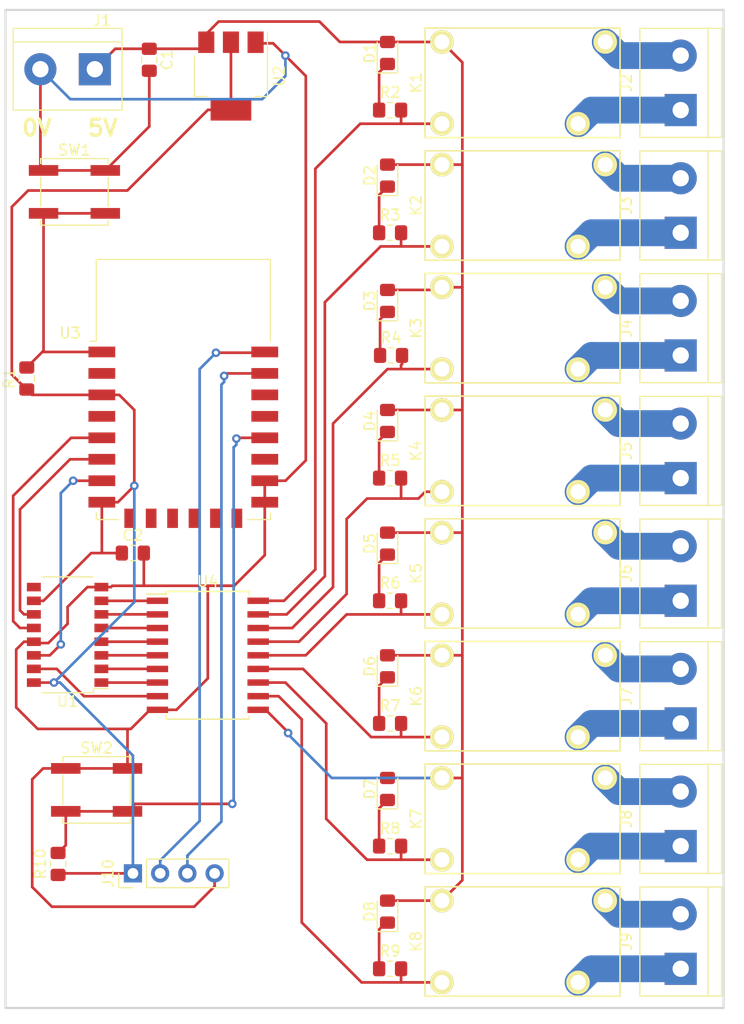
<source format=kicad_pcb>
(kicad_pcb (version 20171130) (host pcbnew 5.0.0-fee4fd1~66~ubuntu16.04.1)

  (general
    (thickness 1.6)
    (drawings 6)
    (tracks 313)
    (zones 0)
    (modules 44)
    (nets 63)
  )

  (page A4)
  (layers
    (0 F.Cu signal)
    (31 B.Cu signal)
    (32 B.Adhes user)
    (33 F.Adhes user)
    (34 B.Paste user)
    (35 F.Paste user)
    (36 B.SilkS user)
    (37 F.SilkS user)
    (38 B.Mask user)
    (39 F.Mask user)
    (40 Dwgs.User user)
    (41 Cmts.User user)
    (42 Eco1.User user)
    (43 Eco2.User user)
    (44 Edge.Cuts user)
    (45 Margin user)
    (46 B.CrtYd user)
    (47 F.CrtYd user)
    (48 B.Fab user)
    (49 F.Fab user)
  )

  (setup
    (last_trace_width 0.25)
    (user_trace_width 1)
    (user_trace_width 2)
    (user_trace_width 2.5)
    (user_trace_width 3)
    (trace_clearance 0.2)
    (zone_clearance 0.508)
    (zone_45_only no)
    (trace_min 0.2)
    (segment_width 0.2)
    (edge_width 0.15)
    (via_size 0.8)
    (via_drill 0.4)
    (via_min_size 0.4)
    (via_min_drill 0.3)
    (uvia_size 0.3)
    (uvia_drill 0.1)
    (uvias_allowed no)
    (uvia_min_size 0.2)
    (uvia_min_drill 0.1)
    (pcb_text_width 0.3)
    (pcb_text_size 1.5 1.5)
    (mod_edge_width 0.15)
    (mod_text_size 1 1)
    (mod_text_width 0.15)
    (pad_size 1.524 1.524)
    (pad_drill 0.762)
    (pad_to_mask_clearance 0.2)
    (aux_axis_origin 0 0)
    (visible_elements FFFFFF7F)
    (pcbplotparams
      (layerselection 0x010f0_ffffffff)
      (usegerberextensions false)
      (usegerberattributes false)
      (usegerberadvancedattributes false)
      (creategerberjobfile false)
      (excludeedgelayer true)
      (linewidth 0.100000)
      (plotframeref false)
      (viasonmask false)
      (mode 1)
      (useauxorigin false)
      (hpglpennumber 1)
      (hpglpenspeed 20)
      (hpglpendiameter 15.000000)
      (psnegative false)
      (psa4output false)
      (plotreference true)
      (plotvalue true)
      (plotinvisibletext false)
      (padsonsilk false)
      (subtractmaskfromsilk false)
      (outputformat 1)
      (mirror false)
      (drillshape 0)
      (scaleselection 1)
      (outputdirectory "GERBER/"))
  )

  (net 0 "")
  (net 1 /5V)
  (net 2 /GND)
  (net 3 /3V3)
  (net 4 "Net-(D1-Pad1)")
  (net 5 "Net-(D2-Pad1)")
  (net 6 "Net-(D3-Pad1)")
  (net 7 "Net-(D4-Pad1)")
  (net 8 "Net-(D5-Pad1)")
  (net 9 "Net-(D6-Pad1)")
  (net 10 "Net-(D7-Pad1)")
  (net 11 "Net-(D8-Pad1)")
  (net 12 "Net-(J2-Pad1)")
  (net 13 "Net-(J2-Pad2)")
  (net 14 "Net-(J3-Pad2)")
  (net 15 "Net-(J3-Pad1)")
  (net 16 "Net-(J4-Pad1)")
  (net 17 "Net-(J4-Pad2)")
  (net 18 "Net-(J5-Pad2)")
  (net 19 "Net-(J5-Pad1)")
  (net 20 "Net-(J6-Pad1)")
  (net 21 "Net-(J6-Pad2)")
  (net 22 "Net-(J7-Pad2)")
  (net 23 "Net-(J7-Pad1)")
  (net 24 "Net-(J8-Pad1)")
  (net 25 "Net-(J8-Pad2)")
  (net 26 "Net-(J9-Pad2)")
  (net 27 "Net-(J9-Pad1)")
  (net 28 /OUT1)
  (net 29 /OUT2)
  (net 30 /OUT3)
  (net 31 /OUT4)
  (net 32 /OUT5)
  (net 33 /OUT6)
  (net 34 /OUT7)
  (net 35 /OUT8)
  (net 36 "Net-(R1-Pad2)")
  (net 37 "Net-(U1-Pad9)")
  (net 38 /SRCLK)
  (net 39 /RCLK)
  (net 40 /SER)
  (net 41 "Net-(U3-Pad2)")
  (net 42 "Net-(U3-Pad4)")
  (net 43 "Net-(U3-Pad9)")
  (net 44 "Net-(U3-Pad10)")
  (net 45 "Net-(U3-Pad11)")
  (net 46 "Net-(U3-Pad12)")
  (net 47 "Net-(U3-Pad13)")
  (net 48 "Net-(U3-Pad14)")
  (net 49 "Net-(U3-Pad17)")
  (net 50 "Net-(U3-Pad19)")
  (net 51 "Net-(U3-Pad20)")
  (net 52 /L7)
  (net 53 /L6)
  (net 54 /L5)
  (net 55 /L4)
  (net 56 /L3)
  (net 57 /L2)
  (net 58 /L1)
  (net 59 /L8)
  (net 60 /TXD)
  (net 61 /RXD)
  (net 62 "Net-(R10-Pad2)")

  (net_class Default "This is the default net class."
    (clearance 0.2)
    (trace_width 0.25)
    (via_dia 0.8)
    (via_drill 0.4)
    (uvia_dia 0.3)
    (uvia_drill 0.1)
    (add_net /3V3)
    (add_net /5V)
    (add_net /GND)
    (add_net /L1)
    (add_net /L2)
    (add_net /L3)
    (add_net /L4)
    (add_net /L5)
    (add_net /L6)
    (add_net /L7)
    (add_net /L8)
    (add_net /OUT1)
    (add_net /OUT2)
    (add_net /OUT3)
    (add_net /OUT4)
    (add_net /OUT5)
    (add_net /OUT6)
    (add_net /OUT7)
    (add_net /OUT8)
    (add_net /RCLK)
    (add_net /RXD)
    (add_net /SER)
    (add_net /SRCLK)
    (add_net /TXD)
    (add_net "Net-(D1-Pad1)")
    (add_net "Net-(D2-Pad1)")
    (add_net "Net-(D3-Pad1)")
    (add_net "Net-(D4-Pad1)")
    (add_net "Net-(D5-Pad1)")
    (add_net "Net-(D6-Pad1)")
    (add_net "Net-(D7-Pad1)")
    (add_net "Net-(D8-Pad1)")
    (add_net "Net-(J2-Pad1)")
    (add_net "Net-(J2-Pad2)")
    (add_net "Net-(J3-Pad1)")
    (add_net "Net-(J3-Pad2)")
    (add_net "Net-(J4-Pad1)")
    (add_net "Net-(J4-Pad2)")
    (add_net "Net-(J5-Pad1)")
    (add_net "Net-(J5-Pad2)")
    (add_net "Net-(J6-Pad1)")
    (add_net "Net-(J6-Pad2)")
    (add_net "Net-(J7-Pad1)")
    (add_net "Net-(J7-Pad2)")
    (add_net "Net-(J8-Pad1)")
    (add_net "Net-(J8-Pad2)")
    (add_net "Net-(J9-Pad1)")
    (add_net "Net-(J9-Pad2)")
    (add_net "Net-(R1-Pad2)")
    (add_net "Net-(R10-Pad2)")
    (add_net "Net-(U1-Pad9)")
    (add_net "Net-(U3-Pad10)")
    (add_net "Net-(U3-Pad11)")
    (add_net "Net-(U3-Pad12)")
    (add_net "Net-(U3-Pad13)")
    (add_net "Net-(U3-Pad14)")
    (add_net "Net-(U3-Pad17)")
    (add_net "Net-(U3-Pad19)")
    (add_net "Net-(U3-Pad2)")
    (add_net "Net-(U3-Pad20)")
    (add_net "Net-(U3-Pad4)")
    (add_net "Net-(U3-Pad9)")
  )

  (module MyLibrary:SANYOU-SJ-S (layer F.Cu) (tedit 5BA8A5FA) (tstamp 5BB5433B)
    (at 180.34 119.38)
    (path /5BA8A477)
    (fp_text reference K7 (at -10.033 0 90) (layer F.SilkS)
      (effects (font (size 1 1) (thickness 0.15)))
    )
    (fp_text value UMS05-1A80-75L (at 0 -5.969) (layer F.Fab)
      (effects (font (size 1 1) (thickness 0.15)))
    )
    (fp_line (start -9.2 -5.1) (end 9 -5.1) (layer F.SilkS) (width 0.15))
    (fp_line (start 9 -5.1) (end 9 5.1) (layer F.SilkS) (width 0.15))
    (fp_line (start 9 5.1) (end -9.2 5.1) (layer F.SilkS) (width 0.15))
    (fp_line (start -9.2 5.1) (end -9.2 -5.1) (layer F.SilkS) (width 0.15))
    (pad 1 thru_hole circle (at -7.62 3.81) (size 2.2 2.2) (drill 1.4) (layers *.Cu *.Mask F.SilkS)
      (net 34 /OUT7))
    (pad 2 thru_hole circle (at -7.62 -3.81) (size 2.2 2.2) (drill 1.4) (layers *.Cu *.Mask F.SilkS)
      (net 1 /5V))
    (pad 4 thru_hole circle (at 5.08 3.81) (size 2.2 2.2) (drill 1.4) (layers *.Cu *.Mask F.SilkS)
      (net 24 "Net-(J8-Pad1)"))
    (pad 3 thru_hole circle (at 7.62 -3.81) (size 2.2 2.2) (drill 1.4) (layers *.Cu *.Mask F.SilkS)
      (net 25 "Net-(J8-Pad2)"))
  )

  (module Package_SO:SOP-16_4.4x10.4mm_P1.27mm (layer F.Cu) (tedit 5A02F25C) (tstamp 5BC13711)
    (at 137.795 102.235 180)
    (descr "16-Lead Plastic Small Outline http://www.vishay.com/docs/49633/sg2098.pdf")
    (tags "SOP 1.27")
    (path /5BA7F131)
    (attr smd)
    (fp_text reference U1 (at 0 -6.2 180) (layer F.SilkS)
      (effects (font (size 1 1) (thickness 0.15)))
    )
    (fp_text value 74HCT595 (at 0 6.1 180) (layer F.Fab)
      (effects (font (size 1 1) (thickness 0.15)))
    )
    (fp_text user %R (at 0 0 180) (layer F.Fab)
      (effects (font (size 0.8 0.8) (thickness 0.15)))
    )
    (fp_line (start -2.2 -4.6) (end -1.6 -5.2) (layer F.Fab) (width 0.1))
    (fp_line (start -2.4 -5.4) (end -2.4 -5) (layer F.SilkS) (width 0.12))
    (fp_line (start -2.4 -5) (end -3.8 -5) (layer F.SilkS) (width 0.12))
    (fp_line (start -1.6 -5.2) (end 2.2 -5.2) (layer F.Fab) (width 0.1))
    (fp_line (start 2.2 -5.2) (end 2.2 5.2) (layer F.Fab) (width 0.1))
    (fp_line (start 2.2 5.2) (end -2.2 5.2) (layer F.Fab) (width 0.1))
    (fp_line (start -2.2 5.2) (end -2.2 -4.6) (layer F.Fab) (width 0.1))
    (fp_line (start -2.4 -5.4) (end 2.4 -5.4) (layer F.SilkS) (width 0.12))
    (fp_line (start -2.4 5.4) (end 2.4 5.4) (layer F.SilkS) (width 0.12))
    (fp_line (start -4.05 -5.45) (end 4.05 -5.45) (layer F.CrtYd) (width 0.05))
    (fp_line (start -4.05 -5.45) (end -4.05 5.45) (layer F.CrtYd) (width 0.05))
    (fp_line (start 4.05 5.45) (end 4.05 -5.45) (layer F.CrtYd) (width 0.05))
    (fp_line (start 4.05 5.45) (end -4.05 5.45) (layer F.CrtYd) (width 0.05))
    (pad 1 smd rect (at -3.15 -4.45 180) (size 1.3 0.8) (layers F.Cu F.Paste F.Mask)
      (net 52 /L7))
    (pad 2 smd rect (at -3.15 -3.17 180) (size 1.3 0.8) (layers F.Cu F.Paste F.Mask)
      (net 53 /L6))
    (pad 3 smd rect (at -3.15 -1.91 180) (size 1.3 0.8) (layers F.Cu F.Paste F.Mask)
      (net 54 /L5))
    (pad 4 smd rect (at -3.15 -0.64 180) (size 1.3 0.8) (layers F.Cu F.Paste F.Mask)
      (net 55 /L4))
    (pad 5 smd rect (at -3.15 0.64 180) (size 1.3 0.8) (layers F.Cu F.Paste F.Mask)
      (net 56 /L3))
    (pad 6 smd rect (at -3.15 1.91 180) (size 1.3 0.8) (layers F.Cu F.Paste F.Mask)
      (net 57 /L2))
    (pad 7 smd rect (at -3.15 3.17 180) (size 1.3 0.8) (layers F.Cu F.Paste F.Mask)
      (net 58 /L1))
    (pad 8 smd rect (at -3.15 4.45 180) (size 1.3 0.8) (layers F.Cu F.Paste F.Mask)
      (net 2 /GND))
    (pad 9 smd rect (at 3.15 4.45 180) (size 1.3 0.8) (layers F.Cu F.Paste F.Mask)
      (net 37 "Net-(U1-Pad9)"))
    (pad 10 smd rect (at 3.15 3.17 180) (size 1.3 0.8) (layers F.Cu F.Paste F.Mask)
      (net 3 /3V3))
    (pad 11 smd rect (at 3.15 1.91 180) (size 1.3 0.8) (layers F.Cu F.Paste F.Mask)
      (net 38 /SRCLK))
    (pad 12 smd rect (at 3.15 0.64 180) (size 1.3 0.8) (layers F.Cu F.Paste F.Mask)
      (net 39 /RCLK))
    (pad 13 smd rect (at 3.15 -0.64 180) (size 1.3 0.8) (layers F.Cu F.Paste F.Mask)
      (net 2 /GND))
    (pad 14 smd rect (at 3.15 -1.91 180) (size 1.3 0.8) (layers F.Cu F.Paste F.Mask)
      (net 40 /SER))
    (pad 15 smd rect (at 3.15 -3.17 180) (size 1.3 0.8) (layers F.Cu F.Paste F.Mask)
      (net 59 /L8))
    (pad 16 smd rect (at 3.15 -4.45 180) (size 1.3 0.8) (layers F.Cu F.Paste F.Mask)
      (net 3 /3V3))
    (model ${KISYS3DMOD}/Package_SO.3dshapes/SOP-16_4.4x10.4mm_P1.27mm.wrl
      (at (xyz 0 0 0))
      (scale (xyz 1 1 1))
      (rotate (xyz 0 0 0))
    )
  )

  (module Diode_SMD:D_0805_2012Metric_Pad1.15x1.40mm_HandSolder (layer F.Cu) (tedit 5B4B45C8) (tstamp 5BB541A5)
    (at 167.64 48.015 90)
    (descr "Diode SMD 0805 (2012 Metric), square (rectangular) end terminal, IPC_7351 nominal, (Body size source: https://docs.google.com/spreadsheets/d/1BsfQQcO9C6DZCsRaXUlFlo91Tg2WpOkGARC1WS5S8t0/edit?usp=sharing), generated with kicad-footprint-generator")
    (tags "diode handsolder")
    (path /5BB1662C)
    (attr smd)
    (fp_text reference D1 (at 0 -1.65 90) (layer F.SilkS)
      (effects (font (size 1 1) (thickness 0.15)))
    )
    (fp_text value LED (at 0 1.65 90) (layer F.Fab)
      (effects (font (size 1 1) (thickness 0.15)))
    )
    (fp_line (start 1 -0.6) (end -0.7 -0.6) (layer F.Fab) (width 0.1))
    (fp_line (start -0.7 -0.6) (end -1 -0.3) (layer F.Fab) (width 0.1))
    (fp_line (start -1 -0.3) (end -1 0.6) (layer F.Fab) (width 0.1))
    (fp_line (start -1 0.6) (end 1 0.6) (layer F.Fab) (width 0.1))
    (fp_line (start 1 0.6) (end 1 -0.6) (layer F.Fab) (width 0.1))
    (fp_line (start 1 -0.96) (end -1.86 -0.96) (layer F.SilkS) (width 0.12))
    (fp_line (start -1.86 -0.96) (end -1.86 0.96) (layer F.SilkS) (width 0.12))
    (fp_line (start -1.86 0.96) (end 1 0.96) (layer F.SilkS) (width 0.12))
    (fp_line (start -1.85 0.95) (end -1.85 -0.95) (layer F.CrtYd) (width 0.05))
    (fp_line (start -1.85 -0.95) (end 1.85 -0.95) (layer F.CrtYd) (width 0.05))
    (fp_line (start 1.85 -0.95) (end 1.85 0.95) (layer F.CrtYd) (width 0.05))
    (fp_line (start 1.85 0.95) (end -1.85 0.95) (layer F.CrtYd) (width 0.05))
    (fp_text user %R (at 0.025 0 90) (layer F.Fab)
      (effects (font (size 0.5 0.5) (thickness 0.08)))
    )
    (pad 1 smd roundrect (at -1.025 0 90) (size 1.15 1.4) (layers F.Cu F.Paste F.Mask) (roundrect_rratio 0.217391)
      (net 4 "Net-(D1-Pad1)"))
    (pad 2 smd roundrect (at 1.025 0 90) (size 1.15 1.4) (layers F.Cu F.Paste F.Mask) (roundrect_rratio 0.217391)
      (net 1 /5V))
    (model ${KISYS3DMOD}/Diode_SMD.3dshapes/D_0805_2012Metric.wrl
      (at (xyz 0 0 0))
      (scale (xyz 1 1 1))
      (rotate (xyz 0 0 0))
    )
  )

  (module Diode_SMD:D_0805_2012Metric_Pad1.15x1.40mm_HandSolder (layer F.Cu) (tedit 5B4B45C8) (tstamp 5BB541B8)
    (at 167.64 59.445 90)
    (descr "Diode SMD 0805 (2012 Metric), square (rectangular) end terminal, IPC_7351 nominal, (Body size source: https://docs.google.com/spreadsheets/d/1BsfQQcO9C6DZCsRaXUlFlo91Tg2WpOkGARC1WS5S8t0/edit?usp=sharing), generated with kicad-footprint-generator")
    (tags "diode handsolder")
    (path /5BB0C332)
    (attr smd)
    (fp_text reference D2 (at 0 -1.65 90) (layer F.SilkS)
      (effects (font (size 1 1) (thickness 0.15)))
    )
    (fp_text value LED (at 0 1.65 90) (layer F.Fab)
      (effects (font (size 1 1) (thickness 0.15)))
    )
    (fp_text user %R (at 0 0 90) (layer F.Fab)
      (effects (font (size 0.5 0.5) (thickness 0.08)))
    )
    (fp_line (start 1.85 0.95) (end -1.85 0.95) (layer F.CrtYd) (width 0.05))
    (fp_line (start 1.85 -0.95) (end 1.85 0.95) (layer F.CrtYd) (width 0.05))
    (fp_line (start -1.85 -0.95) (end 1.85 -0.95) (layer F.CrtYd) (width 0.05))
    (fp_line (start -1.85 0.95) (end -1.85 -0.95) (layer F.CrtYd) (width 0.05))
    (fp_line (start -1.86 0.96) (end 1 0.96) (layer F.SilkS) (width 0.12))
    (fp_line (start -1.86 -0.96) (end -1.86 0.96) (layer F.SilkS) (width 0.12))
    (fp_line (start 1 -0.96) (end -1.86 -0.96) (layer F.SilkS) (width 0.12))
    (fp_line (start 1 0.6) (end 1 -0.6) (layer F.Fab) (width 0.1))
    (fp_line (start -1 0.6) (end 1 0.6) (layer F.Fab) (width 0.1))
    (fp_line (start -1 -0.3) (end -1 0.6) (layer F.Fab) (width 0.1))
    (fp_line (start -0.7 -0.6) (end -1 -0.3) (layer F.Fab) (width 0.1))
    (fp_line (start 1 -0.6) (end -0.7 -0.6) (layer F.Fab) (width 0.1))
    (pad 2 smd roundrect (at 1.025 0 90) (size 1.15 1.4) (layers F.Cu F.Paste F.Mask) (roundrect_rratio 0.217391)
      (net 1 /5V))
    (pad 1 smd roundrect (at -1.025 0 90) (size 1.15 1.4) (layers F.Cu F.Paste F.Mask) (roundrect_rratio 0.217391)
      (net 5 "Net-(D2-Pad1)"))
    (model ${KISYS3DMOD}/Diode_SMD.3dshapes/D_0805_2012Metric.wrl
      (at (xyz 0 0 0))
      (scale (xyz 1 1 1))
      (rotate (xyz 0 0 0))
    )
  )

  (module Diode_SMD:D_0805_2012Metric_Pad1.15x1.40mm_HandSolder (layer F.Cu) (tedit 5B4B45C8) (tstamp 5BB541CB)
    (at 167.64 71.12 90)
    (descr "Diode SMD 0805 (2012 Metric), square (rectangular) end terminal, IPC_7351 nominal, (Body size source: https://docs.google.com/spreadsheets/d/1BsfQQcO9C6DZCsRaXUlFlo91Tg2WpOkGARC1WS5S8t0/edit?usp=sharing), generated with kicad-footprint-generator")
    (tags "diode handsolder")
    (path /5BB1B75C)
    (attr smd)
    (fp_text reference D3 (at 0 -1.65 90) (layer F.SilkS)
      (effects (font (size 1 1) (thickness 0.15)))
    )
    (fp_text value LED (at 0 1.65 90) (layer F.Fab)
      (effects (font (size 1 1) (thickness 0.15)))
    )
    (fp_text user %R (at -0.110001 -0.420001 90) (layer F.Fab)
      (effects (font (size 0.5 0.5) (thickness 0.08)))
    )
    (fp_line (start 1.85 0.95) (end -1.85 0.95) (layer F.CrtYd) (width 0.05))
    (fp_line (start 1.85 -0.95) (end 1.85 0.95) (layer F.CrtYd) (width 0.05))
    (fp_line (start -1.85 -0.95) (end 1.85 -0.95) (layer F.CrtYd) (width 0.05))
    (fp_line (start -1.85 0.95) (end -1.85 -0.95) (layer F.CrtYd) (width 0.05))
    (fp_line (start -1.86 0.96) (end 1 0.96) (layer F.SilkS) (width 0.12))
    (fp_line (start -1.86 -0.96) (end -1.86 0.96) (layer F.SilkS) (width 0.12))
    (fp_line (start 1 -0.96) (end -1.86 -0.96) (layer F.SilkS) (width 0.12))
    (fp_line (start 1 0.6) (end 1 -0.6) (layer F.Fab) (width 0.1))
    (fp_line (start -1 0.6) (end 1 0.6) (layer F.Fab) (width 0.1))
    (fp_line (start -1 -0.3) (end -1 0.6) (layer F.Fab) (width 0.1))
    (fp_line (start -0.7 -0.6) (end -1 -0.3) (layer F.Fab) (width 0.1))
    (fp_line (start 1 -0.6) (end -0.7 -0.6) (layer F.Fab) (width 0.1))
    (pad 2 smd roundrect (at 1.025 0 90) (size 1.15 1.4) (layers F.Cu F.Paste F.Mask) (roundrect_rratio 0.217391)
      (net 1 /5V))
    (pad 1 smd roundrect (at -1.025 0 90) (size 1.15 1.4) (layers F.Cu F.Paste F.Mask) (roundrect_rratio 0.217391)
      (net 6 "Net-(D3-Pad1)"))
    (model ${KISYS3DMOD}/Diode_SMD.3dshapes/D_0805_2012Metric.wrl
      (at (xyz 0 0 0))
      (scale (xyz 1 1 1))
      (rotate (xyz 0 0 0))
    )
  )

  (module Diode_SMD:D_0805_2012Metric_Pad1.15x1.40mm_HandSolder (layer F.Cu) (tedit 5B4B45C8) (tstamp 5BB541DE)
    (at 167.64 82.305 90)
    (descr "Diode SMD 0805 (2012 Metric), square (rectangular) end terminal, IPC_7351 nominal, (Body size source: https://docs.google.com/spreadsheets/d/1BsfQQcO9C6DZCsRaXUlFlo91Tg2WpOkGARC1WS5S8t0/edit?usp=sharing), generated with kicad-footprint-generator")
    (tags "diode handsolder")
    (path /5BB20978)
    (attr smd)
    (fp_text reference D4 (at 0 -1.65 90) (layer F.SilkS)
      (effects (font (size 1 1) (thickness 0.15)))
    )
    (fp_text value LED (at 0 1.65 90) (layer F.Fab)
      (effects (font (size 1 1) (thickness 0.15)))
    )
    (fp_line (start 1 -0.6) (end -0.7 -0.6) (layer F.Fab) (width 0.1))
    (fp_line (start -0.7 -0.6) (end -1 -0.3) (layer F.Fab) (width 0.1))
    (fp_line (start -1 -0.3) (end -1 0.6) (layer F.Fab) (width 0.1))
    (fp_line (start -1 0.6) (end 1 0.6) (layer F.Fab) (width 0.1))
    (fp_line (start 1 0.6) (end 1 -0.6) (layer F.Fab) (width 0.1))
    (fp_line (start 1 -0.96) (end -1.86 -0.96) (layer F.SilkS) (width 0.12))
    (fp_line (start -1.86 -0.96) (end -1.86 0.96) (layer F.SilkS) (width 0.12))
    (fp_line (start -1.86 0.96) (end 1 0.96) (layer F.SilkS) (width 0.12))
    (fp_line (start -1.85 0.95) (end -1.85 -0.95) (layer F.CrtYd) (width 0.05))
    (fp_line (start -1.85 -0.95) (end 1.85 -0.95) (layer F.CrtYd) (width 0.05))
    (fp_line (start 1.85 -0.95) (end 1.85 0.95) (layer F.CrtYd) (width 0.05))
    (fp_line (start 1.85 0.95) (end -1.85 0.95) (layer F.CrtYd) (width 0.05))
    (fp_text user %R (at 0 0 90) (layer F.Fab)
      (effects (font (size 0.5 0.5) (thickness 0.08)))
    )
    (pad 1 smd roundrect (at -1.025 0 90) (size 1.15 1.4) (layers F.Cu F.Paste F.Mask) (roundrect_rratio 0.217391)
      (net 7 "Net-(D4-Pad1)"))
    (pad 2 smd roundrect (at 1.025 0 90) (size 1.15 1.4) (layers F.Cu F.Paste F.Mask) (roundrect_rratio 0.217391)
      (net 1 /5V))
    (model ${KISYS3DMOD}/Diode_SMD.3dshapes/D_0805_2012Metric.wrl
      (at (xyz 0 0 0))
      (scale (xyz 1 1 1))
      (rotate (xyz 0 0 0))
    )
  )

  (module Diode_SMD:D_0805_2012Metric_Pad1.15x1.40mm_HandSolder (layer F.Cu) (tedit 5B4B45C8) (tstamp 5BB541F1)
    (at 167.64 93.735 90)
    (descr "Diode SMD 0805 (2012 Metric), square (rectangular) end terminal, IPC_7351 nominal, (Body size source: https://docs.google.com/spreadsheets/d/1BsfQQcO9C6DZCsRaXUlFlo91Tg2WpOkGARC1WS5S8t0/edit?usp=sharing), generated with kicad-footprint-generator")
    (tags "diode handsolder")
    (path /5BB35A5C)
    (attr smd)
    (fp_text reference D5 (at 0 -1.65 90) (layer F.SilkS)
      (effects (font (size 1 1) (thickness 0.15)))
    )
    (fp_text value LED (at 0 1.65 90) (layer F.Fab)
      (effects (font (size 1 1) (thickness 0.15)))
    )
    (fp_text user %R (at 0 0 90) (layer F.Fab)
      (effects (font (size 0.5 0.5) (thickness 0.08)))
    )
    (fp_line (start 1.85 0.95) (end -1.85 0.95) (layer F.CrtYd) (width 0.05))
    (fp_line (start 1.85 -0.95) (end 1.85 0.95) (layer F.CrtYd) (width 0.05))
    (fp_line (start -1.85 -0.95) (end 1.85 -0.95) (layer F.CrtYd) (width 0.05))
    (fp_line (start -1.85 0.95) (end -1.85 -0.95) (layer F.CrtYd) (width 0.05))
    (fp_line (start -1.86 0.96) (end 1 0.96) (layer F.SilkS) (width 0.12))
    (fp_line (start -1.86 -0.96) (end -1.86 0.96) (layer F.SilkS) (width 0.12))
    (fp_line (start 1 -0.96) (end -1.86 -0.96) (layer F.SilkS) (width 0.12))
    (fp_line (start 1 0.6) (end 1 -0.6) (layer F.Fab) (width 0.1))
    (fp_line (start -1 0.6) (end 1 0.6) (layer F.Fab) (width 0.1))
    (fp_line (start -1 -0.3) (end -1 0.6) (layer F.Fab) (width 0.1))
    (fp_line (start -0.7 -0.6) (end -1 -0.3) (layer F.Fab) (width 0.1))
    (fp_line (start 1 -0.6) (end -0.7 -0.6) (layer F.Fab) (width 0.1))
    (pad 2 smd roundrect (at 1.025 0 90) (size 1.15 1.4) (layers F.Cu F.Paste F.Mask) (roundrect_rratio 0.217391)
      (net 1 /5V))
    (pad 1 smd roundrect (at -1.025 0 90) (size 1.15 1.4) (layers F.Cu F.Paste F.Mask) (roundrect_rratio 0.217391)
      (net 8 "Net-(D5-Pad1)"))
    (model ${KISYS3DMOD}/Diode_SMD.3dshapes/D_0805_2012Metric.wrl
      (at (xyz 0 0 0))
      (scale (xyz 1 1 1))
      (rotate (xyz 0 0 0))
    )
  )

  (module Diode_SMD:D_0805_2012Metric_Pad1.15x1.40mm_HandSolder (layer F.Cu) (tedit 5B4B45C8) (tstamp 5BB54204)
    (at 167.64 105.165 90)
    (descr "Diode SMD 0805 (2012 Metric), square (rectangular) end terminal, IPC_7351 nominal, (Body size source: https://docs.google.com/spreadsheets/d/1BsfQQcO9C6DZCsRaXUlFlo91Tg2WpOkGARC1WS5S8t0/edit?usp=sharing), generated with kicad-footprint-generator")
    (tags "diode handsolder")
    (path /5BB304F9)
    (attr smd)
    (fp_text reference D6 (at 0 -1.65 90) (layer F.SilkS)
      (effects (font (size 1 1) (thickness 0.15)))
    )
    (fp_text value LED (at 0 1.65 90) (layer F.Fab)
      (effects (font (size 1 1) (thickness 0.15)))
    )
    (fp_line (start 1 -0.6) (end -0.7 -0.6) (layer F.Fab) (width 0.1))
    (fp_line (start -0.7 -0.6) (end -1 -0.3) (layer F.Fab) (width 0.1))
    (fp_line (start -1 -0.3) (end -1 0.6) (layer F.Fab) (width 0.1))
    (fp_line (start -1 0.6) (end 1 0.6) (layer F.Fab) (width 0.1))
    (fp_line (start 1 0.6) (end 1 -0.6) (layer F.Fab) (width 0.1))
    (fp_line (start 1 -0.96) (end -1.86 -0.96) (layer F.SilkS) (width 0.12))
    (fp_line (start -1.86 -0.96) (end -1.86 0.96) (layer F.SilkS) (width 0.12))
    (fp_line (start -1.86 0.96) (end 1 0.96) (layer F.SilkS) (width 0.12))
    (fp_line (start -1.85 0.95) (end -1.85 -0.95) (layer F.CrtYd) (width 0.05))
    (fp_line (start -1.85 -0.95) (end 1.85 -0.95) (layer F.CrtYd) (width 0.05))
    (fp_line (start 1.85 -0.95) (end 1.85 0.95) (layer F.CrtYd) (width 0.05))
    (fp_line (start 1.85 0.95) (end -1.85 0.95) (layer F.CrtYd) (width 0.05))
    (fp_text user %R (at 0 0 90) (layer F.Fab)
      (effects (font (size 0.5 0.5) (thickness 0.08)))
    )
    (pad 1 smd roundrect (at -1.025 0 90) (size 1.15 1.4) (layers F.Cu F.Paste F.Mask) (roundrect_rratio 0.217391)
      (net 9 "Net-(D6-Pad1)"))
    (pad 2 smd roundrect (at 1.025 0 90) (size 1.15 1.4) (layers F.Cu F.Paste F.Mask) (roundrect_rratio 0.217391)
      (net 1 /5V))
    (model ${KISYS3DMOD}/Diode_SMD.3dshapes/D_0805_2012Metric.wrl
      (at (xyz 0 0 0))
      (scale (xyz 1 1 1))
      (rotate (xyz 0 0 0))
    )
  )

  (module Diode_SMD:D_0805_2012Metric_Pad1.15x1.40mm_HandSolder (layer F.Cu) (tedit 5B4B45C8) (tstamp 5BB54217)
    (at 167.64 116.595 90)
    (descr "Diode SMD 0805 (2012 Metric), square (rectangular) end terminal, IPC_7351 nominal, (Body size source: https://docs.google.com/spreadsheets/d/1BsfQQcO9C6DZCsRaXUlFlo91Tg2WpOkGARC1WS5S8t0/edit?usp=sharing), generated with kicad-footprint-generator")
    (tags "diode handsolder")
    (path /5BB2B038)
    (attr smd)
    (fp_text reference D7 (at 0 -1.65 90) (layer F.SilkS)
      (effects (font (size 1 1) (thickness 0.15)))
    )
    (fp_text value LED (at 0 1.65 90) (layer F.Fab)
      (effects (font (size 1 1) (thickness 0.15)))
    )
    (fp_text user %R (at 0 0 90) (layer F.Fab)
      (effects (font (size 0.5 0.5) (thickness 0.08)))
    )
    (fp_line (start 1.85 0.95) (end -1.85 0.95) (layer F.CrtYd) (width 0.05))
    (fp_line (start 1.85 -0.95) (end 1.85 0.95) (layer F.CrtYd) (width 0.05))
    (fp_line (start -1.85 -0.95) (end 1.85 -0.95) (layer F.CrtYd) (width 0.05))
    (fp_line (start -1.85 0.95) (end -1.85 -0.95) (layer F.CrtYd) (width 0.05))
    (fp_line (start -1.86 0.96) (end 1 0.96) (layer F.SilkS) (width 0.12))
    (fp_line (start -1.86 -0.96) (end -1.86 0.96) (layer F.SilkS) (width 0.12))
    (fp_line (start 1 -0.96) (end -1.86 -0.96) (layer F.SilkS) (width 0.12))
    (fp_line (start 1 0.6) (end 1 -0.6) (layer F.Fab) (width 0.1))
    (fp_line (start -1 0.6) (end 1 0.6) (layer F.Fab) (width 0.1))
    (fp_line (start -1 -0.3) (end -1 0.6) (layer F.Fab) (width 0.1))
    (fp_line (start -0.7 -0.6) (end -1 -0.3) (layer F.Fab) (width 0.1))
    (fp_line (start 1 -0.6) (end -0.7 -0.6) (layer F.Fab) (width 0.1))
    (pad 2 smd roundrect (at 1.025 0 90) (size 1.15 1.4) (layers F.Cu F.Paste F.Mask) (roundrect_rratio 0.217391)
      (net 1 /5V))
    (pad 1 smd roundrect (at -1.025 0 90) (size 1.15 1.4) (layers F.Cu F.Paste F.Mask) (roundrect_rratio 0.217391)
      (net 10 "Net-(D7-Pad1)"))
    (model ${KISYS3DMOD}/Diode_SMD.3dshapes/D_0805_2012Metric.wrl
      (at (xyz 0 0 0))
      (scale (xyz 1 1 1))
      (rotate (xyz 0 0 0))
    )
  )

  (module Diode_SMD:D_0805_2012Metric_Pad1.15x1.40mm_HandSolder (layer F.Cu) (tedit 5B4B45C8) (tstamp 5BB5422A)
    (at 167.64 128.025 90)
    (descr "Diode SMD 0805 (2012 Metric), square (rectangular) end terminal, IPC_7351 nominal, (Body size source: https://docs.google.com/spreadsheets/d/1BsfQQcO9C6DZCsRaXUlFlo91Tg2WpOkGARC1WS5S8t0/edit?usp=sharing), generated with kicad-footprint-generator")
    (tags "diode handsolder")
    (path /5BB25C6B)
    (attr smd)
    (fp_text reference D8 (at 0 -1.65 90) (layer F.SilkS)
      (effects (font (size 1 1) (thickness 0.15)))
    )
    (fp_text value LED (at 0 1.65 90) (layer F.Fab)
      (effects (font (size 1 1) (thickness 0.15)))
    )
    (fp_line (start 1 -0.6) (end -0.7 -0.6) (layer F.Fab) (width 0.1))
    (fp_line (start -0.7 -0.6) (end -1 -0.3) (layer F.Fab) (width 0.1))
    (fp_line (start -1 -0.3) (end -1 0.6) (layer F.Fab) (width 0.1))
    (fp_line (start -1 0.6) (end 1 0.6) (layer F.Fab) (width 0.1))
    (fp_line (start 1 0.6) (end 1 -0.6) (layer F.Fab) (width 0.1))
    (fp_line (start 1 -0.96) (end -1.86 -0.96) (layer F.SilkS) (width 0.12))
    (fp_line (start -1.86 -0.96) (end -1.86 0.96) (layer F.SilkS) (width 0.12))
    (fp_line (start -1.86 0.96) (end 1 0.96) (layer F.SilkS) (width 0.12))
    (fp_line (start -1.85 0.95) (end -1.85 -0.95) (layer F.CrtYd) (width 0.05))
    (fp_line (start -1.85 -0.95) (end 1.85 -0.95) (layer F.CrtYd) (width 0.05))
    (fp_line (start 1.85 -0.95) (end 1.85 0.95) (layer F.CrtYd) (width 0.05))
    (fp_line (start 1.85 0.95) (end -1.85 0.95) (layer F.CrtYd) (width 0.05))
    (fp_text user %R (at 0 0 90) (layer F.Fab)
      (effects (font (size 0.5 0.5) (thickness 0.08)))
    )
    (pad 1 smd roundrect (at -1.025 0 90) (size 1.15 1.4) (layers F.Cu F.Paste F.Mask) (roundrect_rratio 0.217391)
      (net 11 "Net-(D8-Pad1)"))
    (pad 2 smd roundrect (at 1.025 0 90) (size 1.15 1.4) (layers F.Cu F.Paste F.Mask) (roundrect_rratio 0.217391)
      (net 1 /5V))
    (model ${KISYS3DMOD}/Diode_SMD.3dshapes/D_0805_2012Metric.wrl
      (at (xyz 0 0 0))
      (scale (xyz 1 1 1))
      (rotate (xyz 0 0 0))
    )
  )

  (module TerminalBlock:TerminalBlock_bornier-2_P5.08mm (layer F.Cu) (tedit 59FF03AB) (tstamp 5BB5423F)
    (at 140.335 49.53 180)
    (descr "simple 2-pin terminal block, pitch 5.08mm, revamped version of bornier2")
    (tags "terminal block bornier2")
    (path /5BA8AC96)
    (fp_text reference J1 (at -0.665 4.53 180) (layer F.SilkS)
      (effects (font (size 1 1) (thickness 0.15)))
    )
    (fp_text value 5VIN (at 2.54 5.08 180) (layer F.Fab)
      (effects (font (size 1 1) (thickness 0.15)))
    )
    (fp_text user %R (at 2.54 0 180) (layer F.Fab)
      (effects (font (size 1 1) (thickness 0.15)))
    )
    (fp_line (start -2.41 2.55) (end 7.49 2.55) (layer F.Fab) (width 0.1))
    (fp_line (start -2.46 -3.75) (end -2.46 3.75) (layer F.Fab) (width 0.1))
    (fp_line (start -2.46 3.75) (end 7.54 3.75) (layer F.Fab) (width 0.1))
    (fp_line (start 7.54 3.75) (end 7.54 -3.75) (layer F.Fab) (width 0.1))
    (fp_line (start 7.54 -3.75) (end -2.46 -3.75) (layer F.Fab) (width 0.1))
    (fp_line (start 7.62 2.54) (end -2.54 2.54) (layer F.SilkS) (width 0.12))
    (fp_line (start 7.62 3.81) (end 7.62 -3.81) (layer F.SilkS) (width 0.12))
    (fp_line (start 7.62 -3.81) (end -2.54 -3.81) (layer F.SilkS) (width 0.12))
    (fp_line (start -2.54 -3.81) (end -2.54 3.81) (layer F.SilkS) (width 0.12))
    (fp_line (start -2.54 3.81) (end 7.62 3.81) (layer F.SilkS) (width 0.12))
    (fp_line (start -2.71 -4) (end 7.79 -4) (layer F.CrtYd) (width 0.05))
    (fp_line (start -2.71 -4) (end -2.71 4) (layer F.CrtYd) (width 0.05))
    (fp_line (start 7.79 4) (end 7.79 -4) (layer F.CrtYd) (width 0.05))
    (fp_line (start 7.79 4) (end -2.71 4) (layer F.CrtYd) (width 0.05))
    (pad 1 thru_hole rect (at 0 0 180) (size 3 3) (drill 1.52) (layers *.Cu *.Mask)
      (net 1 /5V))
    (pad 2 thru_hole circle (at 5.08 0 180) (size 3 3) (drill 1.52) (layers *.Cu *.Mask)
      (net 2 /GND))
    (model ${KISYS3DMOD}/TerminalBlock.3dshapes/TerminalBlock_bornier-2_P5.08mm.wrl
      (offset (xyz 2.539999961853027 0 0))
      (scale (xyz 1 1 1))
      (rotate (xyz 0 0 0))
    )
  )

  (module TerminalBlock:TerminalBlock_bornier-2_P5.08mm (layer F.Cu) (tedit 59FF03AB) (tstamp 5BC11D94)
    (at 195 53.34 90)
    (descr "simple 2-pin terminal block, pitch 5.08mm, revamped version of bornier2")
    (tags "terminal block bornier2")
    (path /5BA8A7E8)
    (fp_text reference J2 (at 2.54 -5.08 90) (layer F.SilkS)
      (effects (font (size 1 1) (thickness 0.15)))
    )
    (fp_text value Conn_01x02_Female (at 2.54 5.08 90) (layer F.Fab)
      (effects (font (size 1 1) (thickness 0.15)))
    )
    (fp_text user %R (at 2.54 0 90) (layer F.Fab)
      (effects (font (size 1 1) (thickness 0.15)))
    )
    (fp_line (start -2.41 2.55) (end 7.49 2.55) (layer F.Fab) (width 0.1))
    (fp_line (start -2.46 -3.75) (end -2.46 3.75) (layer F.Fab) (width 0.1))
    (fp_line (start -2.46 3.75) (end 7.54 3.75) (layer F.Fab) (width 0.1))
    (fp_line (start 7.54 3.75) (end 7.54 -3.75) (layer F.Fab) (width 0.1))
    (fp_line (start 7.54 -3.75) (end -2.46 -3.75) (layer F.Fab) (width 0.1))
    (fp_line (start 7.62 2.54) (end -2.54 2.54) (layer F.SilkS) (width 0.12))
    (fp_line (start 7.62 3.81) (end 7.62 -3.81) (layer F.SilkS) (width 0.12))
    (fp_line (start 7.62 -3.81) (end -2.54 -3.81) (layer F.SilkS) (width 0.12))
    (fp_line (start -2.54 -3.81) (end -2.54 3.81) (layer F.SilkS) (width 0.12))
    (fp_line (start -2.54 3.81) (end 7.62 3.81) (layer F.SilkS) (width 0.12))
    (fp_line (start -2.71 -4) (end 7.79 -4) (layer F.CrtYd) (width 0.05))
    (fp_line (start -2.71 -4) (end -2.71 4) (layer F.CrtYd) (width 0.05))
    (fp_line (start 7.79 4) (end 7.79 -4) (layer F.CrtYd) (width 0.05))
    (fp_line (start 7.79 4) (end -2.71 4) (layer F.CrtYd) (width 0.05))
    (pad 1 thru_hole rect (at 0 0 90) (size 3 3) (drill 1.52) (layers *.Cu *.Mask)
      (net 12 "Net-(J2-Pad1)"))
    (pad 2 thru_hole circle (at 5.08 0 90) (size 3 3) (drill 1.52) (layers *.Cu *.Mask)
      (net 13 "Net-(J2-Pad2)"))
    (model ${KISYS3DMOD}/TerminalBlock.3dshapes/TerminalBlock_bornier-2_P5.08mm.wrl
      (offset (xyz 2.539999961853027 0 0))
      (scale (xyz 1 1 1))
      (rotate (xyz 0 0 0))
    )
  )

  (module TerminalBlock:TerminalBlock_bornier-2_P5.08mm (layer F.Cu) (tedit 59FF03AB) (tstamp 5BB54269)
    (at 195 64.77 90)
    (descr "simple 2-pin terminal block, pitch 5.08mm, revamped version of bornier2")
    (tags "terminal block bornier2")
    (path /5BA8A910)
    (fp_text reference J3 (at 2.54 -5.08 90) (layer F.SilkS)
      (effects (font (size 1 1) (thickness 0.15)))
    )
    (fp_text value Conn_01x02_Female (at 2.54 5.08 90) (layer F.Fab)
      (effects (font (size 1 1) (thickness 0.15)))
    )
    (fp_line (start 7.79 4) (end -2.71 4) (layer F.CrtYd) (width 0.05))
    (fp_line (start 7.79 4) (end 7.79 -4) (layer F.CrtYd) (width 0.05))
    (fp_line (start -2.71 -4) (end -2.71 4) (layer F.CrtYd) (width 0.05))
    (fp_line (start -2.71 -4) (end 7.79 -4) (layer F.CrtYd) (width 0.05))
    (fp_line (start -2.54 3.81) (end 7.62 3.81) (layer F.SilkS) (width 0.12))
    (fp_line (start -2.54 -3.81) (end -2.54 3.81) (layer F.SilkS) (width 0.12))
    (fp_line (start 7.62 -3.81) (end -2.54 -3.81) (layer F.SilkS) (width 0.12))
    (fp_line (start 7.62 3.81) (end 7.62 -3.81) (layer F.SilkS) (width 0.12))
    (fp_line (start 7.62 2.54) (end -2.54 2.54) (layer F.SilkS) (width 0.12))
    (fp_line (start 7.54 -3.75) (end -2.46 -3.75) (layer F.Fab) (width 0.1))
    (fp_line (start 7.54 3.75) (end 7.54 -3.75) (layer F.Fab) (width 0.1))
    (fp_line (start -2.46 3.75) (end 7.54 3.75) (layer F.Fab) (width 0.1))
    (fp_line (start -2.46 -3.75) (end -2.46 3.75) (layer F.Fab) (width 0.1))
    (fp_line (start -2.41 2.55) (end 7.49 2.55) (layer F.Fab) (width 0.1))
    (fp_text user %R (at 2.54 0 90) (layer F.Fab)
      (effects (font (size 1 1) (thickness 0.15)))
    )
    (pad 2 thru_hole circle (at 5.08 0 90) (size 3 3) (drill 1.52) (layers *.Cu *.Mask)
      (net 14 "Net-(J3-Pad2)"))
    (pad 1 thru_hole rect (at 0 0 90) (size 3 3) (drill 1.52) (layers *.Cu *.Mask)
      (net 15 "Net-(J3-Pad1)"))
    (model ${KISYS3DMOD}/TerminalBlock.3dshapes/TerminalBlock_bornier-2_P5.08mm.wrl
      (offset (xyz 2.539999961853027 0 0))
      (scale (xyz 1 1 1))
      (rotate (xyz 0 0 0))
    )
  )

  (module TerminalBlock:TerminalBlock_bornier-2_P5.08mm (layer F.Cu) (tedit 59FF03AB) (tstamp 5BB5427E)
    (at 195 76.2 90)
    (descr "simple 2-pin terminal block, pitch 5.08mm, revamped version of bornier2")
    (tags "terminal block bornier2")
    (path /5BA8A968)
    (fp_text reference J4 (at 2.54 -5.08 90) (layer F.SilkS)
      (effects (font (size 1 1) (thickness 0.15)))
    )
    (fp_text value Conn_01x02_Female (at 2.54 5.08 90) (layer F.Fab)
      (effects (font (size 1 1) (thickness 0.15)))
    )
    (fp_text user %R (at 2.54 0 90) (layer F.Fab)
      (effects (font (size 1 1) (thickness 0.15)))
    )
    (fp_line (start -2.41 2.55) (end 7.49 2.55) (layer F.Fab) (width 0.1))
    (fp_line (start -2.46 -3.75) (end -2.46 3.75) (layer F.Fab) (width 0.1))
    (fp_line (start -2.46 3.75) (end 7.54 3.75) (layer F.Fab) (width 0.1))
    (fp_line (start 7.54 3.75) (end 7.54 -3.75) (layer F.Fab) (width 0.1))
    (fp_line (start 7.54 -3.75) (end -2.46 -3.75) (layer F.Fab) (width 0.1))
    (fp_line (start 7.62 2.54) (end -2.54 2.54) (layer F.SilkS) (width 0.12))
    (fp_line (start 7.62 3.81) (end 7.62 -3.81) (layer F.SilkS) (width 0.12))
    (fp_line (start 7.62 -3.81) (end -2.54 -3.81) (layer F.SilkS) (width 0.12))
    (fp_line (start -2.54 -3.81) (end -2.54 3.81) (layer F.SilkS) (width 0.12))
    (fp_line (start -2.54 3.81) (end 7.62 3.81) (layer F.SilkS) (width 0.12))
    (fp_line (start -2.71 -4) (end 7.79 -4) (layer F.CrtYd) (width 0.05))
    (fp_line (start -2.71 -4) (end -2.71 4) (layer F.CrtYd) (width 0.05))
    (fp_line (start 7.79 4) (end 7.79 -4) (layer F.CrtYd) (width 0.05))
    (fp_line (start 7.79 4) (end -2.71 4) (layer F.CrtYd) (width 0.05))
    (pad 1 thru_hole rect (at 0 0 90) (size 3 3) (drill 1.52) (layers *.Cu *.Mask)
      (net 16 "Net-(J4-Pad1)"))
    (pad 2 thru_hole circle (at 5.08 0 90) (size 3 3) (drill 1.52) (layers *.Cu *.Mask)
      (net 17 "Net-(J4-Pad2)"))
    (model ${KISYS3DMOD}/TerminalBlock.3dshapes/TerminalBlock_bornier-2_P5.08mm.wrl
      (offset (xyz 2.539999961853027 0 0))
      (scale (xyz 1 1 1))
      (rotate (xyz 0 0 0))
    )
  )

  (module TerminalBlock:TerminalBlock_bornier-2_P5.08mm (layer F.Cu) (tedit 59FF03AB) (tstamp 5BB54293)
    (at 195 87.63 90)
    (descr "simple 2-pin terminal block, pitch 5.08mm, revamped version of bornier2")
    (tags "terminal block bornier2")
    (path /5BA8A9F4)
    (fp_text reference J5 (at 2.54 -5.08 90) (layer F.SilkS)
      (effects (font (size 1 1) (thickness 0.15)))
    )
    (fp_text value Conn_01x02_Female (at 2.54 5.08 90) (layer F.Fab)
      (effects (font (size 1 1) (thickness 0.15)))
    )
    (fp_line (start 7.79 4) (end -2.71 4) (layer F.CrtYd) (width 0.05))
    (fp_line (start 7.79 4) (end 7.79 -4) (layer F.CrtYd) (width 0.05))
    (fp_line (start -2.71 -4) (end -2.71 4) (layer F.CrtYd) (width 0.05))
    (fp_line (start -2.71 -4) (end 7.79 -4) (layer F.CrtYd) (width 0.05))
    (fp_line (start -2.54 3.81) (end 7.62 3.81) (layer F.SilkS) (width 0.12))
    (fp_line (start -2.54 -3.81) (end -2.54 3.81) (layer F.SilkS) (width 0.12))
    (fp_line (start 7.62 -3.81) (end -2.54 -3.81) (layer F.SilkS) (width 0.12))
    (fp_line (start 7.62 3.81) (end 7.62 -3.81) (layer F.SilkS) (width 0.12))
    (fp_line (start 7.62 2.54) (end -2.54 2.54) (layer F.SilkS) (width 0.12))
    (fp_line (start 7.54 -3.75) (end -2.46 -3.75) (layer F.Fab) (width 0.1))
    (fp_line (start 7.54 3.75) (end 7.54 -3.75) (layer F.Fab) (width 0.1))
    (fp_line (start -2.46 3.75) (end 7.54 3.75) (layer F.Fab) (width 0.1))
    (fp_line (start -2.46 -3.75) (end -2.46 3.75) (layer F.Fab) (width 0.1))
    (fp_line (start -2.41 2.55) (end 7.49 2.55) (layer F.Fab) (width 0.1))
    (fp_text user %R (at 2.54 0 90) (layer F.Fab)
      (effects (font (size 1 1) (thickness 0.15)))
    )
    (pad 2 thru_hole circle (at 5.08 0 90) (size 3 3) (drill 1.52) (layers *.Cu *.Mask)
      (net 18 "Net-(J5-Pad2)"))
    (pad 1 thru_hole rect (at 0 0 90) (size 3 3) (drill 1.52) (layers *.Cu *.Mask)
      (net 19 "Net-(J5-Pad1)"))
    (model ${KISYS3DMOD}/TerminalBlock.3dshapes/TerminalBlock_bornier-2_P5.08mm.wrl
      (offset (xyz 2.539999961853027 0 0))
      (scale (xyz 1 1 1))
      (rotate (xyz 0 0 0))
    )
  )

  (module TerminalBlock:TerminalBlock_bornier-2_P5.08mm (layer F.Cu) (tedit 59FF03AB) (tstamp 5BB542A8)
    (at 195 99.06 90)
    (descr "simple 2-pin terminal block, pitch 5.08mm, revamped version of bornier2")
    (tags "terminal block bornier2")
    (path /5BA8AAC2)
    (fp_text reference J6 (at 2.54 -5.08 90) (layer F.SilkS)
      (effects (font (size 1 1) (thickness 0.15)))
    )
    (fp_text value Conn_01x02_Female (at 2.54 5.08 90) (layer F.Fab)
      (effects (font (size 1 1) (thickness 0.15)))
    )
    (fp_text user %R (at 2.54 0 90) (layer F.Fab)
      (effects (font (size 1 1) (thickness 0.15)))
    )
    (fp_line (start -2.41 2.55) (end 7.49 2.55) (layer F.Fab) (width 0.1))
    (fp_line (start -2.46 -3.75) (end -2.46 3.75) (layer F.Fab) (width 0.1))
    (fp_line (start -2.46 3.75) (end 7.54 3.75) (layer F.Fab) (width 0.1))
    (fp_line (start 7.54 3.75) (end 7.54 -3.75) (layer F.Fab) (width 0.1))
    (fp_line (start 7.54 -3.75) (end -2.46 -3.75) (layer F.Fab) (width 0.1))
    (fp_line (start 7.62 2.54) (end -2.54 2.54) (layer F.SilkS) (width 0.12))
    (fp_line (start 7.62 3.81) (end 7.62 -3.81) (layer F.SilkS) (width 0.12))
    (fp_line (start 7.62 -3.81) (end -2.54 -3.81) (layer F.SilkS) (width 0.12))
    (fp_line (start -2.54 -3.81) (end -2.54 3.81) (layer F.SilkS) (width 0.12))
    (fp_line (start -2.54 3.81) (end 7.62 3.81) (layer F.SilkS) (width 0.12))
    (fp_line (start -2.71 -4) (end 7.79 -4) (layer F.CrtYd) (width 0.05))
    (fp_line (start -2.71 -4) (end -2.71 4) (layer F.CrtYd) (width 0.05))
    (fp_line (start 7.79 4) (end 7.79 -4) (layer F.CrtYd) (width 0.05))
    (fp_line (start 7.79 4) (end -2.71 4) (layer F.CrtYd) (width 0.05))
    (pad 1 thru_hole rect (at 0 0 90) (size 3 3) (drill 1.52) (layers *.Cu *.Mask)
      (net 20 "Net-(J6-Pad1)"))
    (pad 2 thru_hole circle (at 5.08 0 90) (size 3 3) (drill 1.52) (layers *.Cu *.Mask)
      (net 21 "Net-(J6-Pad2)"))
    (model ${KISYS3DMOD}/TerminalBlock.3dshapes/TerminalBlock_bornier-2_P5.08mm.wrl
      (offset (xyz 2.539999961853027 0 0))
      (scale (xyz 1 1 1))
      (rotate (xyz 0 0 0))
    )
  )

  (module TerminalBlock:TerminalBlock_bornier-2_P5.08mm (layer F.Cu) (tedit 59FF03AB) (tstamp 5BB542BD)
    (at 195 110.49 90)
    (descr "simple 2-pin terminal block, pitch 5.08mm, revamped version of bornier2")
    (tags "terminal block bornier2")
    (path /5BA8AB76)
    (fp_text reference J7 (at 2.54 -5.08 90) (layer F.SilkS)
      (effects (font (size 1 1) (thickness 0.15)))
    )
    (fp_text value Conn_01x02_Female (at 2.54 5.08 90) (layer F.Fab)
      (effects (font (size 1 1) (thickness 0.15)))
    )
    (fp_line (start 7.79 4) (end -2.71 4) (layer F.CrtYd) (width 0.05))
    (fp_line (start 7.79 4) (end 7.79 -4) (layer F.CrtYd) (width 0.05))
    (fp_line (start -2.71 -4) (end -2.71 4) (layer F.CrtYd) (width 0.05))
    (fp_line (start -2.71 -4) (end 7.79 -4) (layer F.CrtYd) (width 0.05))
    (fp_line (start -2.54 3.81) (end 7.62 3.81) (layer F.SilkS) (width 0.12))
    (fp_line (start -2.54 -3.81) (end -2.54 3.81) (layer F.SilkS) (width 0.12))
    (fp_line (start 7.62 -3.81) (end -2.54 -3.81) (layer F.SilkS) (width 0.12))
    (fp_line (start 7.62 3.81) (end 7.62 -3.81) (layer F.SilkS) (width 0.12))
    (fp_line (start 7.62 2.54) (end -2.54 2.54) (layer F.SilkS) (width 0.12))
    (fp_line (start 7.54 -3.75) (end -2.46 -3.75) (layer F.Fab) (width 0.1))
    (fp_line (start 7.54 3.75) (end 7.54 -3.75) (layer F.Fab) (width 0.1))
    (fp_line (start -2.46 3.75) (end 7.54 3.75) (layer F.Fab) (width 0.1))
    (fp_line (start -2.46 -3.75) (end -2.46 3.75) (layer F.Fab) (width 0.1))
    (fp_line (start -2.41 2.55) (end 7.49 2.55) (layer F.Fab) (width 0.1))
    (fp_text user %R (at 2.54 0 90) (layer F.Fab)
      (effects (font (size 1 1) (thickness 0.15)))
    )
    (pad 2 thru_hole circle (at 5.08 0 90) (size 3 3) (drill 1.52) (layers *.Cu *.Mask)
      (net 22 "Net-(J7-Pad2)"))
    (pad 1 thru_hole rect (at 0 0 90) (size 3 3) (drill 1.52) (layers *.Cu *.Mask)
      (net 23 "Net-(J7-Pad1)"))
    (model ${KISYS3DMOD}/TerminalBlock.3dshapes/TerminalBlock_bornier-2_P5.08mm.wrl
      (offset (xyz 2.539999961853027 0 0))
      (scale (xyz 1 1 1))
      (rotate (xyz 0 0 0))
    )
  )

  (module TerminalBlock:TerminalBlock_bornier-2_P5.08mm (layer F.Cu) (tedit 5BA8B369) (tstamp 5BC116F0)
    (at 195 121.92 90)
    (descr "simple 2-pin terminal block, pitch 5.08mm, revamped version of bornier2")
    (tags "terminal block bornier2")
    (path /5BA8ABDC)
    (fp_text reference J8 (at 2.54 -5.08 90) (layer F.SilkS)
      (effects (font (size 1 1) (thickness 0.15)))
    )
    (fp_text value Conn_01x02_Female (at 2.54 5.08 90) (layer F.Fab)
      (effects (font (size 1 1) (thickness 0.15)))
    )
    (fp_text user %R (at 2.54 0 90) (layer F.Fab)
      (effects (font (size 1 1) (thickness 0.15)))
    )
    (fp_line (start -2.41 2.55) (end 7.49 2.55) (layer F.Fab) (width 0.1))
    (fp_line (start -2.46 -3.75) (end -2.46 3.75) (layer F.Fab) (width 0.1))
    (fp_line (start -2.46 3.75) (end 7.54 3.75) (layer F.Fab) (width 0.1))
    (fp_line (start 7.54 3.75) (end 7.54 -3.75) (layer F.Fab) (width 0.1))
    (fp_line (start 7.54 -3.75) (end -2.46 -3.75) (layer F.Fab) (width 0.1))
    (fp_line (start 7.62 2.54) (end -2.54 2.54) (layer F.SilkS) (width 0.12))
    (fp_line (start 7.62 3.81) (end 7.62 -3.81) (layer F.SilkS) (width 0.12))
    (fp_line (start 7.62 -3.81) (end -2.54 -3.81) (layer F.SilkS) (width 0.12))
    (fp_line (start -2.54 -3.81) (end -2.54 3.81) (layer F.SilkS) (width 0.12))
    (fp_line (start -2.54 3.81) (end 7.62 3.81) (layer F.SilkS) (width 0.12))
    (fp_line (start -2.71 -4) (end 7.79 -4) (layer F.CrtYd) (width 0.05))
    (fp_line (start -2.71 -4) (end -2.71 4) (layer F.CrtYd) (width 0.05))
    (fp_line (start 7.79 4) (end 7.79 -4) (layer F.CrtYd) (width 0.05))
    (fp_line (start 7.79 4) (end -2.71 4) (layer F.CrtYd) (width 0.05))
    (pad 1 thru_hole rect (at 0 0 90) (size 3 3) (drill 1.52) (layers *.Cu *.Mask)
      (net 24 "Net-(J8-Pad1)"))
    (pad 2 thru_hole circle (at 5.08 0 90) (size 3 3) (drill 1.52) (layers *.Cu *.Mask)
      (net 25 "Net-(J8-Pad2)"))
    (model ${KISYS3DMOD}/TerminalBlock.3dshapes/TerminalBlock_bornier-2_P5.08mm.wrl
      (offset (xyz 2.539999961853027 0 0))
      (scale (xyz 1 1 1))
      (rotate (xyz 0 0 0))
    )
  )

  (module TerminalBlock:TerminalBlock_bornier-2_P5.08mm (layer F.Cu) (tedit 59FF03AB) (tstamp 5BC11662)
    (at 195 133.35 90)
    (descr "simple 2-pin terminal block, pitch 5.08mm, revamped version of bornier2")
    (tags "terminal block bornier2")
    (path /5BA8AC3E)
    (fp_text reference J9 (at 2.54 -5.08 90) (layer F.SilkS)
      (effects (font (size 1 1) (thickness 0.15)))
    )
    (fp_text value Conn_01x02_Female (at 2.54 5.08 90) (layer F.Fab)
      (effects (font (size 1 1) (thickness 0.15)))
    )
    (fp_line (start 7.79 4) (end -2.71 4) (layer F.CrtYd) (width 0.05))
    (fp_line (start 7.79 4) (end 7.79 -4) (layer F.CrtYd) (width 0.05))
    (fp_line (start -2.71 -4) (end -2.71 4) (layer F.CrtYd) (width 0.05))
    (fp_line (start -2.71 -4) (end 7.79 -4) (layer F.CrtYd) (width 0.05))
    (fp_line (start -2.54 3.81) (end 7.62 3.81) (layer F.SilkS) (width 0.12))
    (fp_line (start -2.54 -3.81) (end -2.54 3.81) (layer F.SilkS) (width 0.12))
    (fp_line (start 7.62 -3.81) (end -2.54 -3.81) (layer F.SilkS) (width 0.12))
    (fp_line (start 7.62 3.81) (end 7.62 -3.81) (layer F.SilkS) (width 0.12))
    (fp_line (start 7.62 2.54) (end -2.54 2.54) (layer F.SilkS) (width 0.12))
    (fp_line (start 7.54 -3.75) (end -2.46 -3.75) (layer F.Fab) (width 0.1))
    (fp_line (start 7.54 3.75) (end 7.54 -3.75) (layer F.Fab) (width 0.1))
    (fp_line (start -2.46 3.75) (end 7.54 3.75) (layer F.Fab) (width 0.1))
    (fp_line (start -2.46 -3.75) (end -2.46 3.75) (layer F.Fab) (width 0.1))
    (fp_line (start -2.41 2.55) (end 7.49 2.55) (layer F.Fab) (width 0.1))
    (fp_text user %R (at 2.54 0 90) (layer F.Fab)
      (effects (font (size 1 1) (thickness 0.15)))
    )
    (pad 2 thru_hole circle (at 5.08 0 90) (size 3 3) (drill 1.52) (layers *.Cu *.Mask)
      (net 26 "Net-(J9-Pad2)"))
    (pad 1 thru_hole rect (at 0 0 90) (size 3 3) (drill 1.52) (layers *.Cu *.Mask)
      (net 27 "Net-(J9-Pad1)"))
    (model ${KISYS3DMOD}/TerminalBlock.3dshapes/TerminalBlock_bornier-2_P5.08mm.wrl
      (offset (xyz 2.539999961853027 0 0))
      (scale (xyz 1 1 1))
      (rotate (xyz 0 0 0))
    )
  )

  (module MyLibrary:SANYOU-SJ-S (layer F.Cu) (tedit 5BA8A5FA) (tstamp 5BB542F3)
    (at 180.34 50.8)
    (path /5BA89EA9)
    (fp_text reference K1 (at -10.033 0 90) (layer F.SilkS)
      (effects (font (size 1 1) (thickness 0.15)))
    )
    (fp_text value UMS05-1A80-75L (at 0 -5.969) (layer F.Fab)
      (effects (font (size 1 1) (thickness 0.15)))
    )
    (fp_line (start -9.2 5.1) (end -9.2 -5.1) (layer F.SilkS) (width 0.15))
    (fp_line (start 9 5.1) (end -9.2 5.1) (layer F.SilkS) (width 0.15))
    (fp_line (start 9 -5.1) (end 9 5.1) (layer F.SilkS) (width 0.15))
    (fp_line (start -9.2 -5.1) (end 9 -5.1) (layer F.SilkS) (width 0.15))
    (pad 3 thru_hole circle (at 7.62 -3.81) (size 2.2 2.2) (drill 1.4) (layers *.Cu *.Mask F.SilkS)
      (net 13 "Net-(J2-Pad2)"))
    (pad 4 thru_hole circle (at 5.08 3.81) (size 2.2 2.2) (drill 1.4) (layers *.Cu *.Mask F.SilkS)
      (net 12 "Net-(J2-Pad1)"))
    (pad 2 thru_hole circle (at -7.62 -3.81) (size 2.2 2.2) (drill 1.4) (layers *.Cu *.Mask F.SilkS)
      (net 1 /5V))
    (pad 1 thru_hole circle (at -7.62 3.81) (size 2.2 2.2) (drill 1.4) (layers *.Cu *.Mask F.SilkS)
      (net 28 /OUT1))
  )

  (module MyLibrary:SANYOU-SJ-S (layer F.Cu) (tedit 5BA8A5FA) (tstamp 5BB542FF)
    (at 180.34 62.23)
    (path /5BA89F77)
    (fp_text reference K2 (at -10.033 0 90) (layer F.SilkS)
      (effects (font (size 1 1) (thickness 0.15)))
    )
    (fp_text value UMS05-1A80-75L (at 0 -5.969) (layer F.Fab)
      (effects (font (size 1 1) (thickness 0.15)))
    )
    (fp_line (start -9.2 -5.1) (end 9 -5.1) (layer F.SilkS) (width 0.15))
    (fp_line (start 9 -5.1) (end 9 5.1) (layer F.SilkS) (width 0.15))
    (fp_line (start 9 5.1) (end -9.2 5.1) (layer F.SilkS) (width 0.15))
    (fp_line (start -9.2 5.1) (end -9.2 -5.1) (layer F.SilkS) (width 0.15))
    (pad 1 thru_hole circle (at -7.62 3.81) (size 2.2 2.2) (drill 1.4) (layers *.Cu *.Mask F.SilkS)
      (net 29 /OUT2))
    (pad 2 thru_hole circle (at -7.62 -3.81) (size 2.2 2.2) (drill 1.4) (layers *.Cu *.Mask F.SilkS)
      (net 1 /5V))
    (pad 4 thru_hole circle (at 5.08 3.81) (size 2.2 2.2) (drill 1.4) (layers *.Cu *.Mask F.SilkS)
      (net 15 "Net-(J3-Pad1)"))
    (pad 3 thru_hole circle (at 7.62 -3.81) (size 2.2 2.2) (drill 1.4) (layers *.Cu *.Mask F.SilkS)
      (net 14 "Net-(J3-Pad2)"))
  )

  (module MyLibrary:SANYOU-SJ-S (layer F.Cu) (tedit 5BA8A5FA) (tstamp 5BB5430B)
    (at 180.34 73.66)
    (path /5BA89FC7)
    (fp_text reference K3 (at -10.033 0 90) (layer F.SilkS)
      (effects (font (size 1 1) (thickness 0.15)))
    )
    (fp_text value UMS05-1A80-75L (at 0 -5.969) (layer F.Fab)
      (effects (font (size 1 1) (thickness 0.15)))
    )
    (fp_line (start -9.2 5.1) (end -9.2 -5.1) (layer F.SilkS) (width 0.15))
    (fp_line (start 9 5.1) (end -9.2 5.1) (layer F.SilkS) (width 0.15))
    (fp_line (start 9 -5.1) (end 9 5.1) (layer F.SilkS) (width 0.15))
    (fp_line (start -9.2 -5.1) (end 9 -5.1) (layer F.SilkS) (width 0.15))
    (pad 3 thru_hole circle (at 7.62 -3.81) (size 2.2 2.2) (drill 1.4) (layers *.Cu *.Mask F.SilkS)
      (net 17 "Net-(J4-Pad2)"))
    (pad 4 thru_hole circle (at 5.08 3.81) (size 2.2 2.2) (drill 1.4) (layers *.Cu *.Mask F.SilkS)
      (net 16 "Net-(J4-Pad1)"))
    (pad 2 thru_hole circle (at -7.62 -3.81) (size 2.2 2.2) (drill 1.4) (layers *.Cu *.Mask F.SilkS)
      (net 1 /5V))
    (pad 1 thru_hole circle (at -7.62 3.81) (size 2.2 2.2) (drill 1.4) (layers *.Cu *.Mask F.SilkS)
      (net 30 /OUT3))
  )

  (module MyLibrary:SANYOU-SJ-S (layer F.Cu) (tedit 5BA8ADD6) (tstamp 5BB54317)
    (at 180.34 85.09)
    (path /5BA8A007)
    (fp_text reference K4 (at -10.033 0 90) (layer F.SilkS)
      (effects (font (size 1 1) (thickness 0.15)))
    )
    (fp_text value UMS05-1A80-75L (at 0 -5.969) (layer F.Fab)
      (effects (font (size 1 1) (thickness 0.15)))
    )
    (fp_line (start -9.2 -5.1) (end 9 -5.1) (layer F.SilkS) (width 0.15))
    (fp_line (start 9 -5.1) (end 9 5.1) (layer F.SilkS) (width 0.15))
    (fp_line (start 9 5.1) (end -9.2 5.1) (layer F.SilkS) (width 0.15))
    (fp_line (start -9.2 5.1) (end -9.2 -5.1) (layer F.SilkS) (width 0.15))
    (pad 1 thru_hole circle (at -7.62 3.81) (size 2.2 2.2) (drill 1.4) (layers *.Cu *.Mask F.SilkS)
      (net 31 /OUT4))
    (pad 2 thru_hole circle (at -7.62 -3.81) (size 2.2 2.2) (drill 1.4) (layers *.Cu *.Mask F.SilkS)
      (net 1 /5V))
    (pad 4 thru_hole circle (at 5.08 3.81) (size 2.2 2.2) (drill 1.4) (layers *.Cu *.Mask F.SilkS)
      (net 19 "Net-(J5-Pad1)"))
    (pad 3 thru_hole circle (at 7.62 -3.81) (size 2.2 2.2) (drill 1.4) (layers *.Cu *.Mask F.SilkS)
      (net 18 "Net-(J5-Pad2)"))
  )

  (module MyLibrary:SANYOU-SJ-S (layer F.Cu) (tedit 5BA8A5FA) (tstamp 5BB54323)
    (at 180.34 96.52)
    (path /5BA8A04F)
    (fp_text reference K5 (at -10.033 0 90) (layer F.SilkS)
      (effects (font (size 1 1) (thickness 0.15)))
    )
    (fp_text value UMS05-1A80-75L (at 0 -5.969) (layer F.Fab)
      (effects (font (size 1 1) (thickness 0.15)))
    )
    (fp_line (start -9.2 -5.1) (end 9 -5.1) (layer F.SilkS) (width 0.15))
    (fp_line (start 9 -5.1) (end 9 5.1) (layer F.SilkS) (width 0.15))
    (fp_line (start 9 5.1) (end -9.2 5.1) (layer F.SilkS) (width 0.15))
    (fp_line (start -9.2 5.1) (end -9.2 -5.1) (layer F.SilkS) (width 0.15))
    (pad 1 thru_hole circle (at -7.62 3.81) (size 2.2 2.2) (drill 1.4) (layers *.Cu *.Mask F.SilkS)
      (net 32 /OUT5))
    (pad 2 thru_hole circle (at -7.62 -3.81) (size 2.2 2.2) (drill 1.4) (layers *.Cu *.Mask F.SilkS)
      (net 1 /5V))
    (pad 4 thru_hole circle (at 5.08 3.81) (size 2.2 2.2) (drill 1.4) (layers *.Cu *.Mask F.SilkS)
      (net 20 "Net-(J6-Pad1)"))
    (pad 3 thru_hole circle (at 7.62 -3.81) (size 2.2 2.2) (drill 1.4) (layers *.Cu *.Mask F.SilkS)
      (net 21 "Net-(J6-Pad2)"))
  )

  (module MyLibrary:SANYOU-SJ-S (layer F.Cu) (tedit 5BA8A5FA) (tstamp 5BB5432F)
    (at 180.34 107.95)
    (path /5BA8A0A5)
    (fp_text reference K6 (at -10.033 0 90) (layer F.SilkS)
      (effects (font (size 1 1) (thickness 0.15)))
    )
    (fp_text value UMS05-1A80-75L (at 0 -5.969) (layer F.Fab)
      (effects (font (size 1 1) (thickness 0.15)))
    )
    (fp_line (start -9.2 5.1) (end -9.2 -5.1) (layer F.SilkS) (width 0.15))
    (fp_line (start 9 5.1) (end -9.2 5.1) (layer F.SilkS) (width 0.15))
    (fp_line (start 9 -5.1) (end 9 5.1) (layer F.SilkS) (width 0.15))
    (fp_line (start -9.2 -5.1) (end 9 -5.1) (layer F.SilkS) (width 0.15))
    (pad 3 thru_hole circle (at 7.62 -3.81) (size 2.2 2.2) (drill 1.4) (layers *.Cu *.Mask F.SilkS)
      (net 22 "Net-(J7-Pad2)"))
    (pad 4 thru_hole circle (at 5.08 3.81) (size 2.2 2.2) (drill 1.4) (layers *.Cu *.Mask F.SilkS)
      (net 23 "Net-(J7-Pad1)"))
    (pad 2 thru_hole circle (at -7.62 -3.81) (size 2.2 2.2) (drill 1.4) (layers *.Cu *.Mask F.SilkS)
      (net 1 /5V))
    (pad 1 thru_hole circle (at -7.62 3.81) (size 2.2 2.2) (drill 1.4) (layers *.Cu *.Mask F.SilkS)
      (net 33 /OUT6))
  )

  (module MyLibrary:SANYOU-SJ-S (layer F.Cu) (tedit 5BA8A5FA) (tstamp 5BB54347)
    (at 180.34 130.81)
    (path /5BA8A4C5)
    (fp_text reference K8 (at -10.033 0 90) (layer F.SilkS)
      (effects (font (size 1 1) (thickness 0.15)))
    )
    (fp_text value UMS05-1A80-75L (at 0 -5.969) (layer F.Fab)
      (effects (font (size 1 1) (thickness 0.15)))
    )
    (fp_line (start -9.2 5.1) (end -9.2 -5.1) (layer F.SilkS) (width 0.15))
    (fp_line (start 9 5.1) (end -9.2 5.1) (layer F.SilkS) (width 0.15))
    (fp_line (start 9 -5.1) (end 9 5.1) (layer F.SilkS) (width 0.15))
    (fp_line (start -9.2 -5.1) (end 9 -5.1) (layer F.SilkS) (width 0.15))
    (pad 3 thru_hole circle (at 7.62 -3.81) (size 2.2 2.2) (drill 1.4) (layers *.Cu *.Mask F.SilkS)
      (net 26 "Net-(J9-Pad2)"))
    (pad 4 thru_hole circle (at 5.08 3.81) (size 2.2 2.2) (drill 1.4) (layers *.Cu *.Mask F.SilkS)
      (net 27 "Net-(J9-Pad1)"))
    (pad 2 thru_hole circle (at -7.62 -3.81) (size 2.2 2.2) (drill 1.4) (layers *.Cu *.Mask F.SilkS)
      (net 1 /5V))
    (pad 1 thru_hole circle (at -7.62 3.81) (size 2.2 2.2) (drill 1.4) (layers *.Cu *.Mask F.SilkS)
      (net 35 /OUT8))
  )

  (module Resistor_SMD:R_0805_2012Metric_Pad1.15x1.40mm_HandSolder (layer F.Cu) (tedit 5B36C52B) (tstamp 5BC13763)
    (at 133.985 78.35 90)
    (descr "Resistor SMD 0805 (2012 Metric), square (rectangular) end terminal, IPC_7351 nominal with elongated pad for handsoldering. (Body size source: https://docs.google.com/spreadsheets/d/1BsfQQcO9C6DZCsRaXUlFlo91Tg2WpOkGARC1WS5S8t0/edit?usp=sharing), generated with kicad-footprint-generator")
    (tags "resistor handsolder")
    (path /5BAC7D95)
    (attr smd)
    (fp_text reference R1 (at 0 -1.65 90) (layer F.SilkS)
      (effects (font (size 1 1) (thickness 0.15)))
    )
    (fp_text value 10k (at 0 1.65 90) (layer F.Fab)
      (effects (font (size 1 1) (thickness 0.15)))
    )
    (fp_text user %R (at 0 0 90) (layer F.Fab)
      (effects (font (size 0.5 0.5) (thickness 0.08)))
    )
    (fp_line (start 1.85 0.95) (end -1.85 0.95) (layer F.CrtYd) (width 0.05))
    (fp_line (start 1.85 -0.95) (end 1.85 0.95) (layer F.CrtYd) (width 0.05))
    (fp_line (start -1.85 -0.95) (end 1.85 -0.95) (layer F.CrtYd) (width 0.05))
    (fp_line (start -1.85 0.95) (end -1.85 -0.95) (layer F.CrtYd) (width 0.05))
    (fp_line (start -0.261252 0.71) (end 0.261252 0.71) (layer F.SilkS) (width 0.12))
    (fp_line (start -0.261252 -0.71) (end 0.261252 -0.71) (layer F.SilkS) (width 0.12))
    (fp_line (start 1 0.6) (end -1 0.6) (layer F.Fab) (width 0.1))
    (fp_line (start 1 -0.6) (end 1 0.6) (layer F.Fab) (width 0.1))
    (fp_line (start -1 -0.6) (end 1 -0.6) (layer F.Fab) (width 0.1))
    (fp_line (start -1 0.6) (end -1 -0.6) (layer F.Fab) (width 0.1))
    (pad 2 smd roundrect (at 1.025 0 90) (size 1.15 1.4) (layers F.Cu F.Paste F.Mask) (roundrect_rratio 0.217391)
      (net 36 "Net-(R1-Pad2)"))
    (pad 1 smd roundrect (at -1.025 0 90) (size 1.15 1.4) (layers F.Cu F.Paste F.Mask) (roundrect_rratio 0.217391)
      (net 3 /3V3))
    (model ${KISYS3DMOD}/Resistor_SMD.3dshapes/R_0805_2012Metric.wrl
      (at (xyz 0 0 0))
      (scale (xyz 1 1 1))
      (rotate (xyz 0 0 0))
    )
  )

  (module Resistor_SMD:R_0805_2012Metric_Pad1.15x1.40mm_HandSolder (layer F.Cu) (tedit 5B36C52B) (tstamp 5BB54369)
    (at 167.885 53.34)
    (descr "Resistor SMD 0805 (2012 Metric), square (rectangular) end terminal, IPC_7351 nominal with elongated pad for handsoldering. (Body size source: https://docs.google.com/spreadsheets/d/1BsfQQcO9C6DZCsRaXUlFlo91Tg2WpOkGARC1WS5S8t0/edit?usp=sharing), generated with kicad-footprint-generator")
    (tags "resistor handsolder")
    (path /5BB16633)
    (attr smd)
    (fp_text reference R2 (at 0 -1.65) (layer F.SilkS)
      (effects (font (size 1 1) (thickness 0.15)))
    )
    (fp_text value 290 (at 0 1.65) (layer F.Fab)
      (effects (font (size 1 1) (thickness 0.15)))
    )
    (fp_text user %R (at 0 0) (layer F.Fab)
      (effects (font (size 0.5 0.5) (thickness 0.08)))
    )
    (fp_line (start 1.85 0.95) (end -1.85 0.95) (layer F.CrtYd) (width 0.05))
    (fp_line (start 1.85 -0.95) (end 1.85 0.95) (layer F.CrtYd) (width 0.05))
    (fp_line (start -1.85 -0.95) (end 1.85 -0.95) (layer F.CrtYd) (width 0.05))
    (fp_line (start -1.85 0.95) (end -1.85 -0.95) (layer F.CrtYd) (width 0.05))
    (fp_line (start -0.261252 0.71) (end 0.261252 0.71) (layer F.SilkS) (width 0.12))
    (fp_line (start -0.261252 -0.71) (end 0.261252 -0.71) (layer F.SilkS) (width 0.12))
    (fp_line (start 1 0.6) (end -1 0.6) (layer F.Fab) (width 0.1))
    (fp_line (start 1 -0.6) (end 1 0.6) (layer F.Fab) (width 0.1))
    (fp_line (start -1 -0.6) (end 1 -0.6) (layer F.Fab) (width 0.1))
    (fp_line (start -1 0.6) (end -1 -0.6) (layer F.Fab) (width 0.1))
    (pad 2 smd roundrect (at 1.025 0) (size 1.15 1.4) (layers F.Cu F.Paste F.Mask) (roundrect_rratio 0.217391)
      (net 28 /OUT1))
    (pad 1 smd roundrect (at -1.025 0) (size 1.15 1.4) (layers F.Cu F.Paste F.Mask) (roundrect_rratio 0.217391)
      (net 4 "Net-(D1-Pad1)"))
    (model ${KISYS3DMOD}/Resistor_SMD.3dshapes/R_0805_2012Metric.wrl
      (at (xyz 0 0 0))
      (scale (xyz 1 1 1))
      (rotate (xyz 0 0 0))
    )
  )

  (module Resistor_SMD:R_0805_2012Metric_Pad1.15x1.40mm_HandSolder (layer F.Cu) (tedit 5B36C52B) (tstamp 5BB5437A)
    (at 167.885 64.77)
    (descr "Resistor SMD 0805 (2012 Metric), square (rectangular) end terminal, IPC_7351 nominal with elongated pad for handsoldering. (Body size source: https://docs.google.com/spreadsheets/d/1BsfQQcO9C6DZCsRaXUlFlo91Tg2WpOkGARC1WS5S8t0/edit?usp=sharing), generated with kicad-footprint-generator")
    (tags "resistor handsolder")
    (path /5BB0C481)
    (attr smd)
    (fp_text reference R3 (at 0 -1.65) (layer F.SilkS)
      (effects (font (size 1 1) (thickness 0.15)))
    )
    (fp_text value 290 (at 0 1.65) (layer F.Fab)
      (effects (font (size 1 1) (thickness 0.15)))
    )
    (fp_line (start -1 0.6) (end -1 -0.6) (layer F.Fab) (width 0.1))
    (fp_line (start -1 -0.6) (end 1 -0.6) (layer F.Fab) (width 0.1))
    (fp_line (start 1 -0.6) (end 1 0.6) (layer F.Fab) (width 0.1))
    (fp_line (start 1 0.6) (end -1 0.6) (layer F.Fab) (width 0.1))
    (fp_line (start -0.261252 -0.71) (end 0.261252 -0.71) (layer F.SilkS) (width 0.12))
    (fp_line (start -0.261252 0.71) (end 0.261252 0.71) (layer F.SilkS) (width 0.12))
    (fp_line (start -1.85 0.95) (end -1.85 -0.95) (layer F.CrtYd) (width 0.05))
    (fp_line (start -1.85 -0.95) (end 1.85 -0.95) (layer F.CrtYd) (width 0.05))
    (fp_line (start 1.85 -0.95) (end 1.85 0.95) (layer F.CrtYd) (width 0.05))
    (fp_line (start 1.85 0.95) (end -1.85 0.95) (layer F.CrtYd) (width 0.05))
    (fp_text user %R (at 0 0) (layer F.Fab)
      (effects (font (size 0.5 0.5) (thickness 0.08)))
    )
    (pad 1 smd roundrect (at -1.025 0) (size 1.15 1.4) (layers F.Cu F.Paste F.Mask) (roundrect_rratio 0.217391)
      (net 5 "Net-(D2-Pad1)"))
    (pad 2 smd roundrect (at 1.025 0) (size 1.15 1.4) (layers F.Cu F.Paste F.Mask) (roundrect_rratio 0.217391)
      (net 29 /OUT2))
    (model ${KISYS3DMOD}/Resistor_SMD.3dshapes/R_0805_2012Metric.wrl
      (at (xyz 0 0 0))
      (scale (xyz 1 1 1))
      (rotate (xyz 0 0 0))
    )
  )

  (module Resistor_SMD:R_0805_2012Metric_Pad1.15x1.40mm_HandSolder (layer F.Cu) (tedit 5B36C52B) (tstamp 5BC11CB8)
    (at 167.975 76.2)
    (descr "Resistor SMD 0805 (2012 Metric), square (rectangular) end terminal, IPC_7351 nominal with elongated pad for handsoldering. (Body size source: https://docs.google.com/spreadsheets/d/1BsfQQcO9C6DZCsRaXUlFlo91Tg2WpOkGARC1WS5S8t0/edit?usp=sharing), generated with kicad-footprint-generator")
    (tags "resistor handsolder")
    (path /5BB1B763)
    (attr smd)
    (fp_text reference R4 (at 0 -1.65) (layer F.SilkS)
      (effects (font (size 1 1) (thickness 0.15)))
    )
    (fp_text value 290 (at 0 1.65) (layer F.Fab)
      (effects (font (size 1 1) (thickness 0.15)))
    )
    (fp_line (start -1 0.6) (end -1 -0.6) (layer F.Fab) (width 0.1))
    (fp_line (start -1 -0.6) (end 1 -0.6) (layer F.Fab) (width 0.1))
    (fp_line (start 1 -0.6) (end 1 0.6) (layer F.Fab) (width 0.1))
    (fp_line (start 1 0.6) (end -1 0.6) (layer F.Fab) (width 0.1))
    (fp_line (start -0.261252 -0.71) (end 0.261252 -0.71) (layer F.SilkS) (width 0.12))
    (fp_line (start -0.261252 0.71) (end 0.261252 0.71) (layer F.SilkS) (width 0.12))
    (fp_line (start -1.85 0.95) (end -1.85 -0.95) (layer F.CrtYd) (width 0.05))
    (fp_line (start -1.85 -0.95) (end 1.85 -0.95) (layer F.CrtYd) (width 0.05))
    (fp_line (start 1.85 -0.95) (end 1.85 0.95) (layer F.CrtYd) (width 0.05))
    (fp_line (start 1.85 0.95) (end -1.85 0.95) (layer F.CrtYd) (width 0.05))
    (fp_text user %R (at 0 0) (layer F.Fab)
      (effects (font (size 0.5 0.5) (thickness 0.08)))
    )
    (pad 1 smd roundrect (at -1.025 0) (size 1.15 1.4) (layers F.Cu F.Paste F.Mask) (roundrect_rratio 0.217391)
      (net 6 "Net-(D3-Pad1)"))
    (pad 2 smd roundrect (at 1.025 0) (size 1.15 1.4) (layers F.Cu F.Paste F.Mask) (roundrect_rratio 0.217391)
      (net 30 /OUT3))
    (model ${KISYS3DMOD}/Resistor_SMD.3dshapes/R_0805_2012Metric.wrl
      (at (xyz 0 0 0))
      (scale (xyz 1 1 1))
      (rotate (xyz 0 0 0))
    )
  )

  (module Resistor_SMD:R_0805_2012Metric_Pad1.15x1.40mm_HandSolder (layer F.Cu) (tedit 5B36C52B) (tstamp 5BB5439C)
    (at 167.885 87.63)
    (descr "Resistor SMD 0805 (2012 Metric), square (rectangular) end terminal, IPC_7351 nominal with elongated pad for handsoldering. (Body size source: https://docs.google.com/spreadsheets/d/1BsfQQcO9C6DZCsRaXUlFlo91Tg2WpOkGARC1WS5S8t0/edit?usp=sharing), generated with kicad-footprint-generator")
    (tags "resistor handsolder")
    (path /5BB2097F)
    (attr smd)
    (fp_text reference R5 (at 0 -1.65) (layer F.SilkS)
      (effects (font (size 1 1) (thickness 0.15)))
    )
    (fp_text value 290 (at 0 1.65) (layer F.Fab)
      (effects (font (size 1 1) (thickness 0.15)))
    )
    (fp_text user %R (at 0 0) (layer F.Fab)
      (effects (font (size 0.5 0.5) (thickness 0.08)))
    )
    (fp_line (start 1.85 0.95) (end -1.85 0.95) (layer F.CrtYd) (width 0.05))
    (fp_line (start 1.85 -0.95) (end 1.85 0.95) (layer F.CrtYd) (width 0.05))
    (fp_line (start -1.85 -0.95) (end 1.85 -0.95) (layer F.CrtYd) (width 0.05))
    (fp_line (start -1.85 0.95) (end -1.85 -0.95) (layer F.CrtYd) (width 0.05))
    (fp_line (start -0.261252 0.71) (end 0.261252 0.71) (layer F.SilkS) (width 0.12))
    (fp_line (start -0.261252 -0.71) (end 0.261252 -0.71) (layer F.SilkS) (width 0.12))
    (fp_line (start 1 0.6) (end -1 0.6) (layer F.Fab) (width 0.1))
    (fp_line (start 1 -0.6) (end 1 0.6) (layer F.Fab) (width 0.1))
    (fp_line (start -1 -0.6) (end 1 -0.6) (layer F.Fab) (width 0.1))
    (fp_line (start -1 0.6) (end -1 -0.6) (layer F.Fab) (width 0.1))
    (pad 2 smd roundrect (at 1.025 0) (size 1.15 1.4) (layers F.Cu F.Paste F.Mask) (roundrect_rratio 0.217391)
      (net 31 /OUT4))
    (pad 1 smd roundrect (at -1.025 0) (size 1.15 1.4) (layers F.Cu F.Paste F.Mask) (roundrect_rratio 0.217391)
      (net 7 "Net-(D4-Pad1)"))
    (model ${KISYS3DMOD}/Resistor_SMD.3dshapes/R_0805_2012Metric.wrl
      (at (xyz 0 0 0))
      (scale (xyz 1 1 1))
      (rotate (xyz 0 0 0))
    )
  )

  (module Resistor_SMD:R_0805_2012Metric_Pad1.15x1.40mm_HandSolder (layer F.Cu) (tedit 5B36C52B) (tstamp 5BC11040)
    (at 167.885 99.06)
    (descr "Resistor SMD 0805 (2012 Metric), square (rectangular) end terminal, IPC_7351 nominal with elongated pad for handsoldering. (Body size source: https://docs.google.com/spreadsheets/d/1BsfQQcO9C6DZCsRaXUlFlo91Tg2WpOkGARC1WS5S8t0/edit?usp=sharing), generated with kicad-footprint-generator")
    (tags "resistor handsolder")
    (path /5BB35A63)
    (attr smd)
    (fp_text reference R6 (at 0 -1.65) (layer F.SilkS)
      (effects (font (size 1 1) (thickness 0.15)))
    )
    (fp_text value 290 (at 0 1.65) (layer F.Fab)
      (effects (font (size 1 1) (thickness 0.15)))
    )
    (fp_line (start -1 0.6) (end -1 -0.6) (layer F.Fab) (width 0.1))
    (fp_line (start -1 -0.6) (end 1 -0.6) (layer F.Fab) (width 0.1))
    (fp_line (start 1 -0.6) (end 1 0.6) (layer F.Fab) (width 0.1))
    (fp_line (start 1 0.6) (end -1 0.6) (layer F.Fab) (width 0.1))
    (fp_line (start -0.261252 -0.71) (end 0.261252 -0.71) (layer F.SilkS) (width 0.12))
    (fp_line (start -0.261252 0.71) (end 0.261252 0.71) (layer F.SilkS) (width 0.12))
    (fp_line (start -1.85 0.95) (end -1.85 -0.95) (layer F.CrtYd) (width 0.05))
    (fp_line (start -1.85 -0.95) (end 1.85 -0.95) (layer F.CrtYd) (width 0.05))
    (fp_line (start 1.85 -0.95) (end 1.85 0.95) (layer F.CrtYd) (width 0.05))
    (fp_line (start 1.85 0.95) (end -1.85 0.95) (layer F.CrtYd) (width 0.05))
    (fp_text user %R (at 0 0) (layer F.Fab)
      (effects (font (size 0.5 0.5) (thickness 0.08)))
    )
    (pad 1 smd roundrect (at -1.025 0) (size 1.15 1.4) (layers F.Cu F.Paste F.Mask) (roundrect_rratio 0.217391)
      (net 8 "Net-(D5-Pad1)"))
    (pad 2 smd roundrect (at 1.025 0) (size 1.15 1.4) (layers F.Cu F.Paste F.Mask) (roundrect_rratio 0.217391)
      (net 32 /OUT5))
    (model ${KISYS3DMOD}/Resistor_SMD.3dshapes/R_0805_2012Metric.wrl
      (at (xyz 0 0 0))
      (scale (xyz 1 1 1))
      (rotate (xyz 0 0 0))
    )
  )

  (module Resistor_SMD:R_0805_2012Metric_Pad1.15x1.40mm_HandSolder (layer F.Cu) (tedit 5B36C52B) (tstamp 5BB543BE)
    (at 167.885 110.49)
    (descr "Resistor SMD 0805 (2012 Metric), square (rectangular) end terminal, IPC_7351 nominal with elongated pad for handsoldering. (Body size source: https://docs.google.com/spreadsheets/d/1BsfQQcO9C6DZCsRaXUlFlo91Tg2WpOkGARC1WS5S8t0/edit?usp=sharing), generated with kicad-footprint-generator")
    (tags "resistor handsolder")
    (path /5BB30500)
    (attr smd)
    (fp_text reference R7 (at 0 -1.65) (layer F.SilkS)
      (effects (font (size 1 1) (thickness 0.15)))
    )
    (fp_text value 290 (at 0 1.65) (layer F.Fab)
      (effects (font (size 1 1) (thickness 0.15)))
    )
    (fp_line (start -1 0.6) (end -1 -0.6) (layer F.Fab) (width 0.1))
    (fp_line (start -1 -0.6) (end 1 -0.6) (layer F.Fab) (width 0.1))
    (fp_line (start 1 -0.6) (end 1 0.6) (layer F.Fab) (width 0.1))
    (fp_line (start 1 0.6) (end -1 0.6) (layer F.Fab) (width 0.1))
    (fp_line (start -0.261252 -0.71) (end 0.261252 -0.71) (layer F.SilkS) (width 0.12))
    (fp_line (start -0.261252 0.71) (end 0.261252 0.71) (layer F.SilkS) (width 0.12))
    (fp_line (start -1.85 0.95) (end -1.85 -0.95) (layer F.CrtYd) (width 0.05))
    (fp_line (start -1.85 -0.95) (end 1.85 -0.95) (layer F.CrtYd) (width 0.05))
    (fp_line (start 1.85 -0.95) (end 1.85 0.95) (layer F.CrtYd) (width 0.05))
    (fp_line (start 1.85 0.95) (end -1.85 0.95) (layer F.CrtYd) (width 0.05))
    (fp_text user %R (at 0 0) (layer F.Fab)
      (effects (font (size 0.5 0.5) (thickness 0.08)))
    )
    (pad 1 smd roundrect (at -1.025 0) (size 1.15 1.4) (layers F.Cu F.Paste F.Mask) (roundrect_rratio 0.217391)
      (net 9 "Net-(D6-Pad1)"))
    (pad 2 smd roundrect (at 1.025 0) (size 1.15 1.4) (layers F.Cu F.Paste F.Mask) (roundrect_rratio 0.217391)
      (net 33 /OUT6))
    (model ${KISYS3DMOD}/Resistor_SMD.3dshapes/R_0805_2012Metric.wrl
      (at (xyz 0 0 0))
      (scale (xyz 1 1 1))
      (rotate (xyz 0 0 0))
    )
  )

  (module Resistor_SMD:R_0805_2012Metric_Pad1.15x1.40mm_HandSolder (layer F.Cu) (tedit 5B36C52B) (tstamp 5BB543CF)
    (at 167.885 121.92)
    (descr "Resistor SMD 0805 (2012 Metric), square (rectangular) end terminal, IPC_7351 nominal with elongated pad for handsoldering. (Body size source: https://docs.google.com/spreadsheets/d/1BsfQQcO9C6DZCsRaXUlFlo91Tg2WpOkGARC1WS5S8t0/edit?usp=sharing), generated with kicad-footprint-generator")
    (tags "resistor handsolder")
    (path /5BB2B03F)
    (attr smd)
    (fp_text reference R8 (at 0 -1.65) (layer F.SilkS)
      (effects (font (size 1 1) (thickness 0.15)))
    )
    (fp_text value 290 (at 0 1.65) (layer F.Fab)
      (effects (font (size 1 1) (thickness 0.15)))
    )
    (fp_text user %R (at 0 -0.075001) (layer F.Fab)
      (effects (font (size 0.5 0.5) (thickness 0.08)))
    )
    (fp_line (start 1.85 0.95) (end -1.85 0.95) (layer F.CrtYd) (width 0.05))
    (fp_line (start 1.85 -0.95) (end 1.85 0.95) (layer F.CrtYd) (width 0.05))
    (fp_line (start -1.85 -0.95) (end 1.85 -0.95) (layer F.CrtYd) (width 0.05))
    (fp_line (start -1.85 0.95) (end -1.85 -0.95) (layer F.CrtYd) (width 0.05))
    (fp_line (start -0.261252 0.71) (end 0.261252 0.71) (layer F.SilkS) (width 0.12))
    (fp_line (start -0.261252 -0.71) (end 0.261252 -0.71) (layer F.SilkS) (width 0.12))
    (fp_line (start 1 0.6) (end -1 0.6) (layer F.Fab) (width 0.1))
    (fp_line (start 1 -0.6) (end 1 0.6) (layer F.Fab) (width 0.1))
    (fp_line (start -1 -0.6) (end 1 -0.6) (layer F.Fab) (width 0.1))
    (fp_line (start -1 0.6) (end -1 -0.6) (layer F.Fab) (width 0.1))
    (pad 2 smd roundrect (at 1.025 0) (size 1.15 1.4) (layers F.Cu F.Paste F.Mask) (roundrect_rratio 0.217391)
      (net 34 /OUT7))
    (pad 1 smd roundrect (at -1.025 0) (size 1.15 1.4) (layers F.Cu F.Paste F.Mask) (roundrect_rratio 0.217391)
      (net 10 "Net-(D7-Pad1)"))
    (model ${KISYS3DMOD}/Resistor_SMD.3dshapes/R_0805_2012Metric.wrl
      (at (xyz 0 0 0))
      (scale (xyz 1 1 1))
      (rotate (xyz 0 0 0))
    )
  )

  (module Resistor_SMD:R_0805_2012Metric_Pad1.15x1.40mm_HandSolder (layer F.Cu) (tedit 5B36C52B) (tstamp 5BB543E0)
    (at 167.885 133.35)
    (descr "Resistor SMD 0805 (2012 Metric), square (rectangular) end terminal, IPC_7351 nominal with elongated pad for handsoldering. (Body size source: https://docs.google.com/spreadsheets/d/1BsfQQcO9C6DZCsRaXUlFlo91Tg2WpOkGARC1WS5S8t0/edit?usp=sharing), generated with kicad-footprint-generator")
    (tags "resistor handsolder")
    (path /5BB25C72)
    (attr smd)
    (fp_text reference R9 (at 0 -1.65) (layer F.SilkS)
      (effects (font (size 1 1) (thickness 0.15)))
    )
    (fp_text value 290 (at 0 1.65) (layer F.Fab)
      (effects (font (size 1 1) (thickness 0.15)))
    )
    (fp_line (start -1 0.6) (end -1 -0.6) (layer F.Fab) (width 0.1))
    (fp_line (start -1 -0.6) (end 1 -0.6) (layer F.Fab) (width 0.1))
    (fp_line (start 1 -0.6) (end 1 0.6) (layer F.Fab) (width 0.1))
    (fp_line (start 1 0.6) (end -1 0.6) (layer F.Fab) (width 0.1))
    (fp_line (start -0.261252 -0.71) (end 0.261252 -0.71) (layer F.SilkS) (width 0.12))
    (fp_line (start -0.261252 0.71) (end 0.261252 0.71) (layer F.SilkS) (width 0.12))
    (fp_line (start -1.85 0.95) (end -1.85 -0.95) (layer F.CrtYd) (width 0.05))
    (fp_line (start -1.85 -0.95) (end 1.85 -0.95) (layer F.CrtYd) (width 0.05))
    (fp_line (start 1.85 -0.95) (end 1.85 0.95) (layer F.CrtYd) (width 0.05))
    (fp_line (start 1.85 0.95) (end -1.85 0.95) (layer F.CrtYd) (width 0.05))
    (fp_text user %R (at 0 0) (layer F.Fab)
      (effects (font (size 0.5 0.5) (thickness 0.08)))
    )
    (pad 1 smd roundrect (at -1.025 0) (size 1.15 1.4) (layers F.Cu F.Paste F.Mask) (roundrect_rratio 0.217391)
      (net 11 "Net-(D8-Pad1)"))
    (pad 2 smd roundrect (at 1.025 0) (size 1.15 1.4) (layers F.Cu F.Paste F.Mask) (roundrect_rratio 0.217391)
      (net 35 /OUT8))
    (model ${KISYS3DMOD}/Resistor_SMD.3dshapes/R_0805_2012Metric.wrl
      (at (xyz 0 0 0))
      (scale (xyz 1 1 1))
      (rotate (xyz 0 0 0))
    )
  )

  (module Button_Switch_SMD:SW_SPST_EVPBF (layer F.Cu) (tedit 5A02FC95) (tstamp 5BB543FA)
    (at 138.43 60.96)
    (descr "Light Touch Switch")
    (path /5BABD564)
    (attr smd)
    (fp_text reference SW1 (at 0 -3.9) (layer F.SilkS)
      (effects (font (size 1 1) (thickness 0.15)))
    )
    (fp_text value SW_DPST (at 0 4.25) (layer F.Fab)
      (effects (font (size 1 1) (thickness 0.15)))
    )
    (fp_line (start -3.15 2.65) (end -3.15 3.1) (layer F.SilkS) (width 0.12))
    (fp_line (start -3.15 3.1) (end 3.15 3.1) (layer F.SilkS) (width 0.12))
    (fp_line (start 3.15 3.1) (end 3.15 2.7) (layer F.SilkS) (width 0.12))
    (fp_line (start -3.15 1.35) (end -3.15 -1.35) (layer F.SilkS) (width 0.12))
    (fp_line (start 3.15 -1.35) (end 3.15 1.35) (layer F.SilkS) (width 0.12))
    (fp_line (start -3.15 -3.1) (end 3.15 -3.1) (layer F.SilkS) (width 0.12))
    (fp_line (start 3.15 -3.1) (end 3.15 -2.65) (layer F.SilkS) (width 0.12))
    (fp_line (start -3.15 -2.65) (end -3.15 -3.1) (layer F.SilkS) (width 0.12))
    (fp_line (start -3 -3) (end 3 -3) (layer F.Fab) (width 0.1))
    (fp_line (start 3 -3) (end 3 3) (layer F.Fab) (width 0.1))
    (fp_line (start 3 3) (end -3 3) (layer F.Fab) (width 0.1))
    (fp_line (start -3 3) (end -3 -3) (layer F.Fab) (width 0.1))
    (fp_text user %R (at 0 -3.9) (layer F.Fab)
      (effects (font (size 1 1) (thickness 0.15)))
    )
    (fp_line (start -4.5 -3.25) (end 4.5 -3.25) (layer F.CrtYd) (width 0.05))
    (fp_line (start 4.5 -3.25) (end 4.5 3.25) (layer F.CrtYd) (width 0.05))
    (fp_line (start 4.5 3.25) (end -4.5 3.25) (layer F.CrtYd) (width 0.05))
    (fp_line (start -4.5 3.25) (end -4.5 -3.25) (layer F.CrtYd) (width 0.05))
    (fp_circle (center 0 0) (end 1.7 0) (layer F.Fab) (width 0.1))
    (pad 1 smd rect (at 2.88 -2) (size 2.75 1) (layers F.Cu F.Paste F.Mask)
      (net 2 /GND))
    (pad 1 smd rect (at -2.88 -2) (size 2.75 1) (layers F.Cu F.Paste F.Mask)
      (net 2 /GND))
    (pad 2 smd rect (at -2.88 2) (size 2.75 1) (layers F.Cu F.Paste F.Mask)
      (net 36 "Net-(R1-Pad2)"))
    (pad 2 smd rect (at 2.88 2) (size 2.75 1) (layers F.Cu F.Paste F.Mask)
      (net 36 "Net-(R1-Pad2)"))
    (model ${KISYS3DMOD}/Button_Switch_SMD.3dshapes/SW_SPST_EVPBF.wrl
      (at (xyz 0 0 0))
      (scale (xyz 1 1 1))
      (rotate (xyz 0 0 0))
    )
  )

  (module Package_TO_SOT_SMD:SOT-223-3_TabPin2 (layer F.Cu) (tedit 5A02FF57) (tstamp 5BC1339F)
    (at 153.035 50.165 270)
    (descr "module CMS SOT223 4 pins")
    (tags "CMS SOT")
    (path /5BA8B022)
    (attr smd)
    (fp_text reference U2 (at 0 -4.5 270) (layer F.SilkS)
      (effects (font (size 1 1) (thickness 0.15)))
    )
    (fp_text value AP1117-33 (at 0 4.5 270) (layer F.Fab)
      (effects (font (size 1 1) (thickness 0.15)))
    )
    (fp_text user %R (at 0 0) (layer F.Fab)
      (effects (font (size 0.8 0.8) (thickness 0.12)))
    )
    (fp_line (start 1.91 3.41) (end 1.91 2.15) (layer F.SilkS) (width 0.12))
    (fp_line (start 1.91 -3.41) (end 1.91 -2.15) (layer F.SilkS) (width 0.12))
    (fp_line (start 4.4 -3.6) (end -4.4 -3.6) (layer F.CrtYd) (width 0.05))
    (fp_line (start 4.4 3.6) (end 4.4 -3.6) (layer F.CrtYd) (width 0.05))
    (fp_line (start -4.4 3.6) (end 4.4 3.6) (layer F.CrtYd) (width 0.05))
    (fp_line (start -4.4 -3.6) (end -4.4 3.6) (layer F.CrtYd) (width 0.05))
    (fp_line (start -1.85 -2.35) (end -0.85 -3.35) (layer F.Fab) (width 0.1))
    (fp_line (start -1.85 -2.35) (end -1.85 3.35) (layer F.Fab) (width 0.1))
    (fp_line (start -1.85 3.41) (end 1.91 3.41) (layer F.SilkS) (width 0.12))
    (fp_line (start -0.85 -3.35) (end 1.85 -3.35) (layer F.Fab) (width 0.1))
    (fp_line (start -4.1 -3.41) (end 1.91 -3.41) (layer F.SilkS) (width 0.12))
    (fp_line (start -1.85 3.35) (end 1.85 3.35) (layer F.Fab) (width 0.1))
    (fp_line (start 1.85 -3.35) (end 1.85 3.35) (layer F.Fab) (width 0.1))
    (pad 2 smd rect (at 3.15 0 270) (size 2 3.8) (layers F.Cu F.Paste F.Mask)
      (net 3 /3V3))
    (pad 2 smd rect (at -3.15 0 270) (size 2 1.5) (layers F.Cu F.Paste F.Mask)
      (net 3 /3V3))
    (pad 3 smd rect (at -3.15 2.3 270) (size 2 1.5) (layers F.Cu F.Paste F.Mask)
      (net 1 /5V))
    (pad 1 smd rect (at -3.15 -2.3 270) (size 2 1.5) (layers F.Cu F.Paste F.Mask)
      (net 2 /GND))
    (model ${KISYS3DMOD}/Package_TO_SOT_SMD.3dshapes/SOT-223.wrl
      (at (xyz 0 0 0))
      (scale (xyz 1 1 1))
      (rotate (xyz 0 0 0))
    )
  )

  (module RF_Module:ESP-12E (layer F.Cu) (tedit 5A030172) (tstamp 5BC1385F)
    (at 148.59 79.375)
    (descr "Wi-Fi Module, http://wiki.ai-thinker.com/_media/esp8266/docs/aithinker_esp_12f_datasheet_en.pdf")
    (tags "Wi-Fi Module")
    (path /5BA7F006)
    (attr smd)
    (fp_text reference U3 (at -10.56 -5.26) (layer F.SilkS)
      (effects (font (size 1 1) (thickness 0.15)))
    )
    (fp_text value ESP-12F (at -0.06 -12.78) (layer F.Fab)
      (effects (font (size 1 1) (thickness 0.15)))
    )
    (fp_text user Antenna (at -0.06 -7 180) (layer Cmts.User)
      (effects (font (size 1 1) (thickness 0.15)))
    )
    (fp_text user "KEEP-OUT ZONE" (at 0.03 -9.55 180) (layer Cmts.User)
      (effects (font (size 1 1) (thickness 0.15)))
    )
    (fp_text user %R (at 0.49 -0.8) (layer F.Fab)
      (effects (font (size 1 1) (thickness 0.15)))
    )
    (fp_line (start -8 -12) (end 8 -12) (layer F.Fab) (width 0.12))
    (fp_line (start 8 -12) (end 8 12) (layer F.Fab) (width 0.12))
    (fp_line (start 8 12) (end -8 12) (layer F.Fab) (width 0.12))
    (fp_line (start -8 12) (end -8 -3) (layer F.Fab) (width 0.12))
    (fp_line (start -8 -3) (end -7.5 -3.5) (layer F.Fab) (width 0.12))
    (fp_line (start -7.5 -3.5) (end -8 -4) (layer F.Fab) (width 0.12))
    (fp_line (start -8 -4) (end -8 -12) (layer F.Fab) (width 0.12))
    (fp_line (start -9.05 -12.2) (end 9.05 -12.2) (layer F.CrtYd) (width 0.05))
    (fp_line (start 9.05 -12.2) (end 9.05 13.1) (layer F.CrtYd) (width 0.05))
    (fp_line (start 9.05 13.1) (end -9.05 13.1) (layer F.CrtYd) (width 0.05))
    (fp_line (start -9.05 13.1) (end -9.05 -12.2) (layer F.CrtYd) (width 0.05))
    (fp_line (start -8.12 -12.12) (end 8.12 -12.12) (layer F.SilkS) (width 0.12))
    (fp_line (start 8.12 -12.12) (end 8.12 -4.5) (layer F.SilkS) (width 0.12))
    (fp_line (start 8.12 11.5) (end 8.12 12.12) (layer F.SilkS) (width 0.12))
    (fp_line (start 8.12 12.12) (end 6 12.12) (layer F.SilkS) (width 0.12))
    (fp_line (start -6 12.12) (end -8.12 12.12) (layer F.SilkS) (width 0.12))
    (fp_line (start -8.12 12.12) (end -8.12 11.5) (layer F.SilkS) (width 0.12))
    (fp_line (start -8.12 -4.5) (end -8.12 -12.12) (layer F.SilkS) (width 0.12))
    (fp_line (start -8.12 -4.5) (end -8.73 -4.5) (layer F.SilkS) (width 0.12))
    (fp_line (start -8.12 -12.12) (end 8.12 -12.12) (layer Dwgs.User) (width 0.12))
    (fp_line (start 8.12 -12.12) (end 8.12 -4.8) (layer Dwgs.User) (width 0.12))
    (fp_line (start 8.12 -4.8) (end -8.12 -4.8) (layer Dwgs.User) (width 0.12))
    (fp_line (start -8.12 -4.8) (end -8.12 -12.12) (layer Dwgs.User) (width 0.12))
    (fp_line (start -8.12 -9.12) (end -5.12 -12.12) (layer Dwgs.User) (width 0.12))
    (fp_line (start -8.12 -6.12) (end -2.12 -12.12) (layer Dwgs.User) (width 0.12))
    (fp_line (start -6.44 -4.8) (end 0.88 -12.12) (layer Dwgs.User) (width 0.12))
    (fp_line (start -3.44 -4.8) (end 3.88 -12.12) (layer Dwgs.User) (width 0.12))
    (fp_line (start -0.44 -4.8) (end 6.88 -12.12) (layer Dwgs.User) (width 0.12))
    (fp_line (start 2.56 -4.8) (end 8.12 -10.36) (layer Dwgs.User) (width 0.12))
    (fp_line (start 5.56 -4.8) (end 8.12 -7.36) (layer Dwgs.User) (width 0.12))
    (pad 1 smd rect (at -7.6 -3.5) (size 2.5 1) (layers F.Cu F.Paste F.Mask)
      (net 36 "Net-(R1-Pad2)"))
    (pad 2 smd rect (at -7.6 -1.5) (size 2.5 1) (layers F.Cu F.Paste F.Mask)
      (net 41 "Net-(U3-Pad2)"))
    (pad 3 smd rect (at -7.6 0.5) (size 2.5 1) (layers F.Cu F.Paste F.Mask)
      (net 3 /3V3))
    (pad 4 smd rect (at -7.6 2.5) (size 2.5 1) (layers F.Cu F.Paste F.Mask)
      (net 42 "Net-(U3-Pad4)"))
    (pad 5 smd rect (at -7.6 4.5) (size 2.5 1) (layers F.Cu F.Paste F.Mask)
      (net 39 /RCLK))
    (pad 6 smd rect (at -7.6 6.5) (size 2.5 1) (layers F.Cu F.Paste F.Mask)
      (net 38 /SRCLK))
    (pad 7 smd rect (at -7.6 8.5) (size 2.5 1) (layers F.Cu F.Paste F.Mask)
      (net 40 /SER))
    (pad 8 smd rect (at -7.6 10.5) (size 2.5 1) (layers F.Cu F.Paste F.Mask)
      (net 3 /3V3))
    (pad 9 smd rect (at -5 12) (size 1 1.8) (layers F.Cu F.Paste F.Mask)
      (net 43 "Net-(U3-Pad9)"))
    (pad 10 smd rect (at -3 12) (size 1 1.8) (layers F.Cu F.Paste F.Mask)
      (net 44 "Net-(U3-Pad10)"))
    (pad 11 smd rect (at -1 12) (size 1 1.8) (layers F.Cu F.Paste F.Mask)
      (net 45 "Net-(U3-Pad11)"))
    (pad 12 smd rect (at 1 12) (size 1 1.8) (layers F.Cu F.Paste F.Mask)
      (net 46 "Net-(U3-Pad12)"))
    (pad 13 smd rect (at 3 12) (size 1 1.8) (layers F.Cu F.Paste F.Mask)
      (net 47 "Net-(U3-Pad13)"))
    (pad 14 smd rect (at 5 12) (size 1 1.8) (layers F.Cu F.Paste F.Mask)
      (net 48 "Net-(U3-Pad14)"))
    (pad 15 smd rect (at 7.6 10.5) (size 2.5 1) (layers F.Cu F.Paste F.Mask)
      (net 2 /GND))
    (pad 16 smd rect (at 7.6 8.5) (size 2.5 1) (layers F.Cu F.Paste F.Mask)
      (net 2 /GND))
    (pad 17 smd rect (at 7.6 6.5) (size 2.5 1) (layers F.Cu F.Paste F.Mask)
      (net 49 "Net-(U3-Pad17)"))
    (pad 18 smd rect (at 7.6 4.5) (size 2.5 1) (layers F.Cu F.Paste F.Mask)
      (net 62 "Net-(R10-Pad2)"))
    (pad 19 smd rect (at 7.6 2.5) (size 2.5 1) (layers F.Cu F.Paste F.Mask)
      (net 50 "Net-(U3-Pad19)"))
    (pad 20 smd rect (at 7.6 0.5) (size 2.5 1) (layers F.Cu F.Paste F.Mask)
      (net 51 "Net-(U3-Pad20)"))
    (pad 21 smd rect (at 7.6 -1.5) (size 2.5 1) (layers F.Cu F.Paste F.Mask)
      (net 61 /RXD))
    (pad 22 smd rect (at 7.6 -3.5) (size 2.5 1) (layers F.Cu F.Paste F.Mask)
      (net 60 /TXD))
    (model ${KISYS3DMOD}/RF_Module.3dshapes/ESP-12E.wrl
      (at (xyz 0 0 0))
      (scale (xyz 1 1 1))
      (rotate (xyz 0 0 0))
    )
  )

  (module Package_SO:SOIC-18W_7.5x11.6mm_P1.27mm (layer F.Cu) (tedit 5A02F2D3) (tstamp 5BC15E67)
    (at 150.875 104.14)
    (descr "18-Lead Plastic Small Outline (SO) - Wide, 7.50 mm Body [SOIC] (see Microchip Packaging Specification 00000049BS.pdf)")
    (tags "SOIC 1.27")
    (path /5BA8A5D0)
    (attr smd)
    (fp_text reference U4 (at 0 -6.875) (layer F.SilkS)
      (effects (font (size 1 1) (thickness 0.15)))
    )
    (fp_text value ULN2803A (at 0 6.875) (layer F.Fab)
      (effects (font (size 1 1) (thickness 0.15)))
    )
    (fp_text user %R (at 0 0) (layer F.Fab)
      (effects (font (size 1 1) (thickness 0.15)))
    )
    (fp_line (start -2.75 -5.8) (end 3.75 -5.8) (layer F.Fab) (width 0.15))
    (fp_line (start 3.75 -5.8) (end 3.75 5.8) (layer F.Fab) (width 0.15))
    (fp_line (start 3.75 5.8) (end -3.75 5.8) (layer F.Fab) (width 0.15))
    (fp_line (start -3.75 5.8) (end -3.75 -4.8) (layer F.Fab) (width 0.15))
    (fp_line (start -3.75 -4.8) (end -2.75 -5.8) (layer F.Fab) (width 0.15))
    (fp_line (start -5.95 -6.15) (end -5.95 6.15) (layer F.CrtYd) (width 0.05))
    (fp_line (start 5.95 -6.15) (end 5.95 6.15) (layer F.CrtYd) (width 0.05))
    (fp_line (start -5.95 -6.15) (end 5.95 -6.15) (layer F.CrtYd) (width 0.05))
    (fp_line (start -5.95 6.15) (end 5.95 6.15) (layer F.CrtYd) (width 0.05))
    (fp_line (start -3.875 -5.95) (end -3.875 -5.7) (layer F.SilkS) (width 0.15))
    (fp_line (start 3.875 -5.95) (end 3.875 -5.605) (layer F.SilkS) (width 0.15))
    (fp_line (start 3.875 5.95) (end 3.875 5.605) (layer F.SilkS) (width 0.15))
    (fp_line (start -3.875 5.95) (end -3.875 5.605) (layer F.SilkS) (width 0.15))
    (fp_line (start -3.875 -5.95) (end 3.875 -5.95) (layer F.SilkS) (width 0.15))
    (fp_line (start -3.875 5.95) (end 3.875 5.95) (layer F.SilkS) (width 0.15))
    (fp_line (start -3.875 -5.7) (end -5.7 -5.7) (layer F.SilkS) (width 0.15))
    (pad 1 smd rect (at -4.7 -5.08) (size 2 0.6) (layers F.Cu F.Paste F.Mask)
      (net 58 /L1))
    (pad 2 smd rect (at -4.7 -3.81) (size 2 0.6) (layers F.Cu F.Paste F.Mask)
      (net 57 /L2))
    (pad 3 smd rect (at -4.7 -2.54) (size 2 0.6) (layers F.Cu F.Paste F.Mask)
      (net 56 /L3))
    (pad 4 smd rect (at -4.7 -1.27) (size 2 0.6) (layers F.Cu F.Paste F.Mask)
      (net 55 /L4))
    (pad 5 smd rect (at -4.7 0) (size 2 0.6) (layers F.Cu F.Paste F.Mask)
      (net 54 /L5))
    (pad 6 smd rect (at -4.7 1.27) (size 2 0.6) (layers F.Cu F.Paste F.Mask)
      (net 53 /L6))
    (pad 7 smd rect (at -4.7 2.54) (size 2 0.6) (layers F.Cu F.Paste F.Mask)
      (net 52 /L7))
    (pad 8 smd rect (at -4.7 3.81) (size 2 0.6) (layers F.Cu F.Paste F.Mask)
      (net 59 /L8))
    (pad 9 smd rect (at -4.7 5.08) (size 2 0.6) (layers F.Cu F.Paste F.Mask)
      (net 2 /GND))
    (pad 10 smd rect (at 4.7 5.08) (size 2 0.6) (layers F.Cu F.Paste F.Mask)
      (net 1 /5V))
    (pad 11 smd rect (at 4.7 3.81) (size 2 0.6) (layers F.Cu F.Paste F.Mask)
      (net 35 /OUT8))
    (pad 12 smd rect (at 4.7 2.54) (size 2 0.6) (layers F.Cu F.Paste F.Mask)
      (net 34 /OUT7))
    (pad 13 smd rect (at 4.7 1.27) (size 2 0.6) (layers F.Cu F.Paste F.Mask)
      (net 33 /OUT6))
    (pad 14 smd rect (at 4.7 0) (size 2 0.6) (layers F.Cu F.Paste F.Mask)
      (net 32 /OUT5))
    (pad 15 smd rect (at 4.7 -1.27) (size 2 0.6) (layers F.Cu F.Paste F.Mask)
      (net 31 /OUT4))
    (pad 16 smd rect (at 4.7 -2.54) (size 2 0.6) (layers F.Cu F.Paste F.Mask)
      (net 30 /OUT3))
    (pad 17 smd rect (at 4.7 -3.81) (size 2 0.6) (layers F.Cu F.Paste F.Mask)
      (net 29 /OUT2))
    (pad 18 smd rect (at 4.7 -5.08) (size 2 0.6) (layers F.Cu F.Paste F.Mask)
      (net 28 /OUT1))
    (model ${KISYS3DMOD}/Package_SO.3dshapes/SOIC-18W_7.5x11.6mm_P1.27mm.wrl
      (at (xyz 0 0 0))
      (scale (xyz 1 1 1))
      (rotate (xyz 0 0 0))
    )
  )

  (module Capacitor_SMD:C_0805_2012Metric_Pad1.15x1.40mm_HandSolder (layer F.Cu) (tedit 5B36C52B) (tstamp 5BC10700)
    (at 145.415 48.65 270)
    (descr "Capacitor SMD 0805 (2012 Metric), square (rectangular) end terminal, IPC_7351 nominal with elongated pad for handsoldering. (Body size source: https://docs.google.com/spreadsheets/d/1BsfQQcO9C6DZCsRaXUlFlo91Tg2WpOkGARC1WS5S8t0/edit?usp=sharing), generated with kicad-footprint-generator")
    (tags "capacitor handsolder")
    (path /5BAF9B61)
    (attr smd)
    (fp_text reference C1 (at 0 -1.65 270) (layer F.SilkS)
      (effects (font (size 1 1) (thickness 0.15)))
    )
    (fp_text value 1uF (at 0 1.65 270) (layer F.Fab)
      (effects (font (size 1 1) (thickness 0.15)))
    )
    (fp_line (start -1 0.6) (end -1 -0.6) (layer F.Fab) (width 0.1))
    (fp_line (start -1 -0.6) (end 1 -0.6) (layer F.Fab) (width 0.1))
    (fp_line (start 1 -0.6) (end 1 0.6) (layer F.Fab) (width 0.1))
    (fp_line (start 1 0.6) (end -1 0.6) (layer F.Fab) (width 0.1))
    (fp_line (start -0.261252 -0.71) (end 0.261252 -0.71) (layer F.SilkS) (width 0.12))
    (fp_line (start -0.261252 0.71) (end 0.261252 0.71) (layer F.SilkS) (width 0.12))
    (fp_line (start -1.85 0.95) (end -1.85 -0.95) (layer F.CrtYd) (width 0.05))
    (fp_line (start -1.85 -0.95) (end 1.85 -0.95) (layer F.CrtYd) (width 0.05))
    (fp_line (start 1.85 -0.95) (end 1.85 0.95) (layer F.CrtYd) (width 0.05))
    (fp_line (start 1.85 0.95) (end -1.85 0.95) (layer F.CrtYd) (width 0.05))
    (fp_text user %R (at 0 0 270) (layer F.Fab)
      (effects (font (size 0.5 0.5) (thickness 0.08)))
    )
    (pad 1 smd roundrect (at -1.025 0 270) (size 1.15 1.4) (layers F.Cu F.Paste F.Mask) (roundrect_rratio 0.217391)
      (net 1 /5V))
    (pad 2 smd roundrect (at 1.025 0 270) (size 1.15 1.4) (layers F.Cu F.Paste F.Mask) (roundrect_rratio 0.217391)
      (net 2 /GND))
    (model ${KISYS3DMOD}/Capacitor_SMD.3dshapes/C_0805_2012Metric.wrl
      (at (xyz 0 0 0))
      (scale (xyz 1 1 1))
      (rotate (xyz 0 0 0))
    )
  )

  (module Capacitor_SMD:C_0805_2012Metric_Pad1.15x1.40mm_HandSolder (layer F.Cu) (tedit 5BA8B237) (tstamp 5BC13793)
    (at 143.882 94.615)
    (descr "Capacitor SMD 0805 (2012 Metric), square (rectangular) end terminal, IPC_7351 nominal with elongated pad for handsoldering. (Body size source: https://docs.google.com/spreadsheets/d/1BsfQQcO9C6DZCsRaXUlFlo91Tg2WpOkGARC1WS5S8t0/edit?usp=sharing), generated with kicad-footprint-generator")
    (tags "capacitor handsolder")
    (path /5BAF9AB3)
    (attr smd)
    (fp_text reference C2 (at 0 -1.65) (layer F.SilkS)
      (effects (font (size 1 1) (thickness 0.15)))
    )
    (fp_text value 100nF (at 0 1.65) (layer F.Fab)
      (effects (font (size 1 1) (thickness 0.15)))
    )
    (fp_text user %R (at 0 0) (layer F.Fab)
      (effects (font (size 0.5 0.5) (thickness 0.08)))
    )
    (fp_line (start 1.85 0.95) (end -1.85 0.95) (layer F.CrtYd) (width 0.05))
    (fp_line (start 1.85 -0.95) (end 1.85 0.95) (layer F.CrtYd) (width 0.05))
    (fp_line (start -1.85 -0.95) (end 1.85 -0.95) (layer F.CrtYd) (width 0.05))
    (fp_line (start -1.85 0.95) (end -1.85 -0.95) (layer F.CrtYd) (width 0.05))
    (fp_line (start -0.261252 0.71) (end 0.261252 0.71) (layer F.SilkS) (width 0.12))
    (fp_line (start -0.261252 -0.71) (end 0.261252 -0.71) (layer F.SilkS) (width 0.12))
    (fp_line (start 1 0.6) (end -1 0.6) (layer F.Fab) (width 0.1))
    (fp_line (start 1 -0.6) (end 1 0.6) (layer F.Fab) (width 0.1))
    (fp_line (start -1 -0.6) (end 1 -0.6) (layer F.Fab) (width 0.1))
    (fp_line (start -1 0.6) (end -1 -0.6) (layer F.Fab) (width 0.1))
    (pad 2 smd roundrect (at 1.025 0) (size 1.15 1.4) (layers F.Cu F.Paste F.Mask) (roundrect_rratio 0.217391)
      (net 2 /GND))
    (pad 1 smd roundrect (at -1.025 0) (size 1.15 1.4) (layers F.Cu F.Paste F.Mask) (roundrect_rratio 0.217391)
      (net 3 /3V3))
    (model ${KISYS3DMOD}/Capacitor_SMD.3dshapes/C_0805_2012Metric.wrl
      (at (xyz 0 0 0))
      (scale (xyz 1 1 1))
      (rotate (xyz 0 0 0))
    )
  )

  (module Connector_PinHeader_2.54mm:PinHeader_1x04_P2.54mm_Vertical (layer F.Cu) (tedit 59FED5CC) (tstamp 5BC2418E)
    (at 143.891 124.46 90)
    (descr "Through hole straight pin header, 1x04, 2.54mm pitch, single row")
    (tags "Through hole pin header THT 1x04 2.54mm single row")
    (path /5BBACEDD)
    (fp_text reference J10 (at 0 -2.33 90) (layer F.SilkS)
      (effects (font (size 1 1) (thickness 0.15)))
    )
    (fp_text value ISP (at 0 9.95 90) (layer F.Fab)
      (effects (font (size 1 1) (thickness 0.15)))
    )
    (fp_line (start -0.635 -1.27) (end 1.27 -1.27) (layer F.Fab) (width 0.1))
    (fp_line (start 1.27 -1.27) (end 1.27 8.89) (layer F.Fab) (width 0.1))
    (fp_line (start 1.27 8.89) (end -1.27 8.89) (layer F.Fab) (width 0.1))
    (fp_line (start -1.27 8.89) (end -1.27 -0.635) (layer F.Fab) (width 0.1))
    (fp_line (start -1.27 -0.635) (end -0.635 -1.27) (layer F.Fab) (width 0.1))
    (fp_line (start -1.33 8.95) (end 1.33 8.95) (layer F.SilkS) (width 0.12))
    (fp_line (start -1.33 1.27) (end -1.33 8.95) (layer F.SilkS) (width 0.12))
    (fp_line (start 1.33 1.27) (end 1.33 8.95) (layer F.SilkS) (width 0.12))
    (fp_line (start -1.33 1.27) (end 1.33 1.27) (layer F.SilkS) (width 0.12))
    (fp_line (start -1.33 0) (end -1.33 -1.33) (layer F.SilkS) (width 0.12))
    (fp_line (start -1.33 -1.33) (end 0 -1.33) (layer F.SilkS) (width 0.12))
    (fp_line (start -1.8 -1.8) (end -1.8 9.4) (layer F.CrtYd) (width 0.05))
    (fp_line (start -1.8 9.4) (end 1.8 9.4) (layer F.CrtYd) (width 0.05))
    (fp_line (start 1.8 9.4) (end 1.8 -1.8) (layer F.CrtYd) (width 0.05))
    (fp_line (start 1.8 -1.8) (end -1.8 -1.8) (layer F.CrtYd) (width 0.05))
    (fp_text user %R (at 0 3.81 180) (layer F.Fab)
      (effects (font (size 1 1) (thickness 0.15)))
    )
    (pad 1 thru_hole rect (at 0 0 90) (size 1.7 1.7) (drill 1) (layers *.Cu *.Mask)
      (net 3 /3V3))
    (pad 2 thru_hole oval (at 0 2.54 90) (size 1.7 1.7) (drill 1) (layers *.Cu *.Mask)
      (net 60 /TXD))
    (pad 3 thru_hole oval (at 0 5.08 90) (size 1.7 1.7) (drill 1) (layers *.Cu *.Mask)
      (net 61 /RXD))
    (pad 4 thru_hole oval (at 0 7.62 90) (size 1.7 1.7) (drill 1) (layers *.Cu *.Mask)
      (net 2 /GND))
    (model ${KISYS3DMOD}/Connector_PinHeader_2.54mm.3dshapes/PinHeader_1x04_P2.54mm_Vertical.wrl
      (at (xyz 0 0 0))
      (scale (xyz 1 1 1))
      (rotate (xyz 0 0 0))
    )
  )

  (module Resistor_SMD:R_0805_2012Metric_Pad1.15x1.40mm_HandSolder (layer F.Cu) (tedit 5B36C52B) (tstamp 5BC242FE)
    (at 136.906 123.58 90)
    (descr "Resistor SMD 0805 (2012 Metric), square (rectangular) end terminal, IPC_7351 nominal with elongated pad for handsoldering. (Body size source: https://docs.google.com/spreadsheets/d/1BsfQQcO9C6DZCsRaXUlFlo91Tg2WpOkGARC1WS5S8t0/edit?usp=sharing), generated with kicad-footprint-generator")
    (tags "resistor handsolder")
    (path /5BB64501)
    (attr smd)
    (fp_text reference R10 (at 0 -1.65 90) (layer F.SilkS)
      (effects (font (size 1 1) (thickness 0.15)))
    )
    (fp_text value 10k (at 0 1.65 90) (layer F.Fab)
      (effects (font (size 1 1) (thickness 0.15)))
    )
    (fp_line (start -1 0.6) (end -1 -0.6) (layer F.Fab) (width 0.1))
    (fp_line (start -1 -0.6) (end 1 -0.6) (layer F.Fab) (width 0.1))
    (fp_line (start 1 -0.6) (end 1 0.6) (layer F.Fab) (width 0.1))
    (fp_line (start 1 0.6) (end -1 0.6) (layer F.Fab) (width 0.1))
    (fp_line (start -0.261252 -0.71) (end 0.261252 -0.71) (layer F.SilkS) (width 0.12))
    (fp_line (start -0.261252 0.71) (end 0.261252 0.71) (layer F.SilkS) (width 0.12))
    (fp_line (start -1.85 0.95) (end -1.85 -0.95) (layer F.CrtYd) (width 0.05))
    (fp_line (start -1.85 -0.95) (end 1.85 -0.95) (layer F.CrtYd) (width 0.05))
    (fp_line (start 1.85 -0.95) (end 1.85 0.95) (layer F.CrtYd) (width 0.05))
    (fp_line (start 1.85 0.95) (end -1.85 0.95) (layer F.CrtYd) (width 0.05))
    (fp_text user %R (at 0 0 90) (layer F.Fab)
      (effects (font (size 0.5 0.5) (thickness 0.08)))
    )
    (pad 1 smd roundrect (at -1.025 0 90) (size 1.15 1.4) (layers F.Cu F.Paste F.Mask) (roundrect_rratio 0.217391)
      (net 3 /3V3))
    (pad 2 smd roundrect (at 1.025 0 90) (size 1.15 1.4) (layers F.Cu F.Paste F.Mask) (roundrect_rratio 0.217391)
      (net 62 "Net-(R10-Pad2)"))
    (model ${KISYS3DMOD}/Resistor_SMD.3dshapes/R_0805_2012Metric.wrl
      (at (xyz 0 0 0))
      (scale (xyz 1 1 1))
      (rotate (xyz 0 0 0))
    )
  )

  (module Button_Switch_SMD:SW_SPST_EVPBF (layer F.Cu) (tedit 5A02FC95) (tstamp 5BC241B9)
    (at 140.503 116.681)
    (descr "Light Touch Switch")
    (path /5BB6B41D)
    (attr smd)
    (fp_text reference SW2 (at 0 -3.9) (layer F.SilkS)
      (effects (font (size 1 1) (thickness 0.15)))
    )
    (fp_text value FLASH (at 0 4.25) (layer F.Fab)
      (effects (font (size 1 1) (thickness 0.15)))
    )
    (fp_line (start -3.15 2.65) (end -3.15 3.1) (layer F.SilkS) (width 0.12))
    (fp_line (start -3.15 3.1) (end 3.15 3.1) (layer F.SilkS) (width 0.12))
    (fp_line (start 3.15 3.1) (end 3.15 2.7) (layer F.SilkS) (width 0.12))
    (fp_line (start -3.15 1.35) (end -3.15 -1.35) (layer F.SilkS) (width 0.12))
    (fp_line (start 3.15 -1.35) (end 3.15 1.35) (layer F.SilkS) (width 0.12))
    (fp_line (start -3.15 -3.1) (end 3.15 -3.1) (layer F.SilkS) (width 0.12))
    (fp_line (start 3.15 -3.1) (end 3.15 -2.65) (layer F.SilkS) (width 0.12))
    (fp_line (start -3.15 -2.65) (end -3.15 -3.1) (layer F.SilkS) (width 0.12))
    (fp_line (start -3 -3) (end 3 -3) (layer F.Fab) (width 0.1))
    (fp_line (start 3 -3) (end 3 3) (layer F.Fab) (width 0.1))
    (fp_line (start 3 3) (end -3 3) (layer F.Fab) (width 0.1))
    (fp_line (start -3 3) (end -3 -3) (layer F.Fab) (width 0.1))
    (fp_text user %R (at 0 -3.9) (layer F.Fab)
      (effects (font (size 1 1) (thickness 0.15)))
    )
    (fp_line (start -4.5 -3.25) (end 4.5 -3.25) (layer F.CrtYd) (width 0.05))
    (fp_line (start 4.5 -3.25) (end 4.5 3.25) (layer F.CrtYd) (width 0.05))
    (fp_line (start 4.5 3.25) (end -4.5 3.25) (layer F.CrtYd) (width 0.05))
    (fp_line (start -4.5 3.25) (end -4.5 -3.25) (layer F.CrtYd) (width 0.05))
    (fp_circle (center 0 0) (end 1.7 0) (layer F.Fab) (width 0.1))
    (pad 1 smd rect (at 2.88 -2) (size 2.75 1) (layers F.Cu F.Paste F.Mask)
      (net 2 /GND))
    (pad 1 smd rect (at -2.88 -2) (size 2.75 1) (layers F.Cu F.Paste F.Mask)
      (net 2 /GND))
    (pad 2 smd rect (at -2.88 2) (size 2.75 1) (layers F.Cu F.Paste F.Mask)
      (net 62 "Net-(R10-Pad2)"))
    (pad 2 smd rect (at 2.88 2) (size 2.75 1) (layers F.Cu F.Paste F.Mask)
      (net 62 "Net-(R10-Pad2)"))
    (model ${KISYS3DMOD}/Button_Switch_SMD.3dshapes/SW_SPST_EVPBF.wrl
      (at (xyz 0 0 0))
      (scale (xyz 1 1 1))
      (rotate (xyz 0 0 0))
    )
  )

  (gr_text "0V   5V" (at 138 55) (layer F.SilkS)
    (effects (font (size 1.5 1.5) (thickness 0.3)))
  )
  (gr_line (start 132 137) (end 133 137) (layer Edge.Cuts) (width 0.2))
  (gr_line (start 132 44) (end 132 137) (layer Edge.Cuts) (width 0.2))
  (gr_line (start 199 137) (end 133 137) (layer Edge.Cuts) (width 0.2))
  (gr_line (start 199 44) (end 199 137) (layer Edge.Cuts) (width 0.2))
  (gr_line (start 132 44) (end 199 44) (layer Edge.Cuts) (width 0.2))

  (segment (start 172.72 46.99) (end 167.64 46.99) (width 0.25) (layer F.Cu) (net 1))
  (segment (start 167.64 127) (end 172.72 127) (width 0.25) (layer F.Cu) (net 1))
  (segment (start 172.72 115.57) (end 167.64 115.57) (width 0.25) (layer F.Cu) (net 1))
  (segment (start 172.72 115.57) (end 173.99 115.57) (width 0.25) (layer F.Cu) (net 1))
  (segment (start 167.64 104.14) (end 172.72 104.14) (width 0.25) (layer F.Cu) (net 1))
  (segment (start 167.64 92.71) (end 172.72 92.71) (width 0.25) (layer F.Cu) (net 1))
  (segment (start 167.64 81.28) (end 172.72 81.28) (width 0.25) (layer F.Cu) (net 1))
  (segment (start 172.475 70.095) (end 172.72 69.85) (width 0.25) (layer F.Cu) (net 1))
  (segment (start 167.64 70.095) (end 172.475 70.095) (width 0.25) (layer F.Cu) (net 1))
  (segment (start 167.64 58.42) (end 172.72 58.42) (width 0.25) (layer F.Cu) (net 1))
  (segment (start 172.72 115.57) (end 174.625 115.57) (width 0.25) (layer F.Cu) (net 1))
  (segment (start 172.72 104.14) (end 174.625 104.14) (width 0.25) (layer F.Cu) (net 1))
  (segment (start 172.72 92.71) (end 174.625 92.71) (width 0.25) (layer F.Cu) (net 1))
  (segment (start 174.625 92.71) (end 174.625 115.57) (width 0.25) (layer F.Cu) (net 1))
  (segment (start 172.72 81.28) (end 174.625 81.28) (width 0.25) (layer F.Cu) (net 1))
  (segment (start 174.625 81.28) (end 174.625 92.71) (width 0.25) (layer F.Cu) (net 1))
  (segment (start 172.72 69.85) (end 174.625 69.85) (width 0.25) (layer F.Cu) (net 1))
  (segment (start 174.625 69.85) (end 174.625 81.28) (width 0.25) (layer F.Cu) (net 1))
  (segment (start 172.72 58.42) (end 174.625 58.42) (width 0.25) (layer F.Cu) (net 1))
  (segment (start 174.625 58.42) (end 174.625 69.85) (width 0.25) (layer F.Cu) (net 1))
  (segment (start 174.625 53.975) (end 174.625 58.42) (width 0.25) (layer F.Cu) (net 1))
  (segment (start 174.625 48.895) (end 174.625 53.975) (width 0.25) (layer F.Cu) (net 1))
  (segment (start 172.72 46.99) (end 174.625 48.895) (width 0.25) (layer F.Cu) (net 1))
  (segment (start 173.736 125.984) (end 172.72 127) (width 0.25) (layer F.Cu) (net 1))
  (segment (start 174.625 125.095) (end 173.736 125.984) (width 0.25) (layer F.Cu) (net 1))
  (segment (start 174.625 115.57) (end 174.625 125.095) (width 0.25) (layer F.Cu) (net 1))
  (via (at 158.369 111.379004) (size 0.8) (drill 0.4) (layers F.Cu B.Cu) (net 1))
  (segment (start 155.575 109.22) (end 156.275 109.22) (width 0.25) (layer F.Cu) (net 1))
  (segment (start 156.275 109.22) (end 158.369 111.314) (width 0.25) (layer F.Cu) (net 1))
  (segment (start 158.369 111.314) (end 158.369 111.379004) (width 0.25) (layer F.Cu) (net 1))
  (segment (start 158.369 111.506) (end 158.369 111.379004) (width 0.25) (layer B.Cu) (net 1))
  (segment (start 162.433 115.57) (end 158.369 111.506) (width 0.25) (layer B.Cu) (net 1))
  (segment (start 172.72 115.57) (end 162.433 115.57) (width 0.25) (layer B.Cu) (net 1))
  (segment (start 150.735 46.242) (end 150.735 47.015) (width 0.25) (layer F.Cu) (net 1))
  (segment (start 163.195 46.99) (end 161.29 45.085) (width 0.25) (layer F.Cu) (net 1))
  (segment (start 167.64 46.99) (end 163.195 46.99) (width 0.25) (layer F.Cu) (net 1))
  (segment (start 161.29 45.085) (end 151.892 45.085) (width 0.25) (layer F.Cu) (net 1))
  (segment (start 151.892 45.085) (end 150.735 46.242) (width 0.25) (layer F.Cu) (net 1))
  (segment (start 150.125 47.625) (end 145.415 47.625) (width 0.25) (layer F.Cu) (net 1))
  (segment (start 150.735 47.015) (end 150.125 47.625) (width 0.25) (layer F.Cu) (net 1))
  (segment (start 141.605 48.26) (end 140.335 49.53) (width 0.25) (layer F.Cu) (net 1))
  (segment (start 142.24 47.625) (end 141.605 48.26) (width 0.25) (layer F.Cu) (net 1))
  (segment (start 145.415 47.625) (end 142.24 47.625) (width 0.25) (layer F.Cu) (net 1))
  (segment (start 135.255 58.665) (end 135.55 58.96) (width 0.25) (layer F.Cu) (net 2))
  (segment (start 135.255 49.53) (end 135.255 58.665) (width 0.25) (layer F.Cu) (net 2))
  (segment (start 135.55 58.96) (end 141.31 58.96) (width 0.25) (layer F.Cu) (net 2))
  (segment (start 156.19 87.875) (end 156.19 89.875) (width 0.25) (layer F.Cu) (net 2))
  (via (at 158.115 48.26) (size 0.8) (drill 0.4) (layers F.Cu B.Cu) (net 2))
  (segment (start 160.02 50.165) (end 158.115 48.26) (width 0.25) (layer F.Cu) (net 2))
  (segment (start 160.02 85.98) (end 160.02 50.165) (width 0.25) (layer F.Cu) (net 2))
  (segment (start 158.125 87.875) (end 160.02 85.98) (width 0.25) (layer F.Cu) (net 2))
  (segment (start 156.19 87.875) (end 158.125 87.875) (width 0.25) (layer F.Cu) (net 2))
  (segment (start 141.845 97.785) (end 141.967 97.663) (width 0.25) (layer F.Cu) (net 2))
  (segment (start 140.945 97.785) (end 141.845 97.785) (width 0.25) (layer F.Cu) (net 2))
  (segment (start 144.907 95.415) (end 144.907 97.663) (width 0.25) (layer F.Cu) (net 2))
  (segment (start 144.907 94.615) (end 144.907 95.415) (width 0.25) (layer F.Cu) (net 2))
  (segment (start 144.907 97.663) (end 153.337 97.663) (width 0.25) (layer F.Cu) (net 2))
  (segment (start 141.967 97.663) (end 144.907 97.663) (width 0.25) (layer F.Cu) (net 2))
  (segment (start 137.795 101.205) (end 137.795 99.63) (width 0.25) (layer F.Cu) (net 2))
  (segment (start 134.645 102.875) (end 134.895 102.875) (width 0.25) (layer F.Cu) (net 2))
  (segment (start 134.895 102.875) (end 135.02 103) (width 0.25) (layer F.Cu) (net 2))
  (segment (start 135.02 103) (end 136 103) (width 0.25) (layer F.Cu) (net 2))
  (segment (start 139.64 97.785) (end 140.945 97.785) (width 0.25) (layer F.Cu) (net 2))
  (segment (start 137.795 99.63) (end 139.64 97.785) (width 0.25) (layer F.Cu) (net 2))
  (segment (start 136 103) (end 137.795 101.205) (width 0.25) (layer F.Cu) (net 2))
  (segment (start 145.415 54.864) (end 145.415 49.675) (width 0.25) (layer F.Cu) (net 2))
  (segment (start 141.319 58.96) (end 145.415 54.864) (width 0.25) (layer F.Cu) (net 2))
  (segment (start 141.31 58.96) (end 141.319 58.96) (width 0.25) (layer F.Cu) (net 2))
  (segment (start 147.955 109.22) (end 146.175 109.22) (width 0.25) (layer F.Cu) (net 2))
  (segment (start 150.876 106.299) (end 147.955 109.22) (width 0.25) (layer F.Cu) (net 2))
  (segment (start 150.876 97.663) (end 150.876 106.299) (width 0.25) (layer F.Cu) (net 2))
  (segment (start 153.337 97.663) (end 150.876 97.663) (width 0.25) (layer F.Cu) (net 2))
  (segment (start 156.19 89.875) (end 156.19 94.81) (width 0.25) (layer F.Cu) (net 2))
  (segment (start 156.19 94.81) (end 156 95) (width 0.25) (layer F.Cu) (net 2))
  (segment (start 156 95) (end 153.924 97.076) (width 0.25) (layer F.Cu) (net 2))
  (segment (start 153.337 97.663) (end 153.924 97.076) (width 0.25) (layer F.Cu) (net 2))
  (segment (start 155.437 47.117) (end 155.335 47.015) (width 0.25) (layer F.Cu) (net 2))
  (segment (start 156.972 47.117) (end 155.437 47.117) (width 0.25) (layer F.Cu) (net 2))
  (segment (start 158.115 48.26) (end 156.972 47.117) (width 0.25) (layer F.Cu) (net 2))
  (segment (start 158.115 50.165) (end 158.115 48.26) (width 0.25) (layer B.Cu) (net 2))
  (segment (start 155.956 52.324) (end 158.115 50.165) (width 0.25) (layer B.Cu) (net 2))
  (segment (start 138.049 52.324) (end 155.956 52.324) (width 0.25) (layer B.Cu) (net 2))
  (segment (start 135.255 49.53) (end 138.049 52.324) (width 0.25) (layer B.Cu) (net 2))
  (segment (start 133.726 102.875) (end 134.645 102.875) (width 0.25) (layer F.Cu) (net 2))
  (segment (start 133 109) (end 133 103.601) (width 0.25) (layer F.Cu) (net 2))
  (segment (start 145.475 109.22) (end 143.695 111) (width 0.25) (layer F.Cu) (net 2))
  (segment (start 133 103.601) (end 133.726 102.875) (width 0.25) (layer F.Cu) (net 2))
  (segment (start 146.175 109.22) (end 145.475 109.22) (width 0.25) (layer F.Cu) (net 2))
  (segment (start 135 111) (end 133 109) (width 0.25) (layer F.Cu) (net 2))
  (segment (start 143.51 111) (end 143.383 111.127) (width 0.25) (layer F.Cu) (net 2))
  (segment (start 143.695 111) (end 143.51 111) (width 0.25) (layer F.Cu) (net 2))
  (segment (start 143.383 111.127) (end 143.383 114.681) (width 0.25) (layer F.Cu) (net 2))
  (segment (start 143.51 111) (end 135 111) (width 0.25) (layer F.Cu) (net 2))
  (segment (start 143.383 114.681) (end 137.623 114.681) (width 0.25) (layer F.Cu) (net 2))
  (segment (start 134.493 125.73) (end 134.493 115.697) (width 0.25) (layer F.Cu) (net 2))
  (segment (start 151.511 124.46) (end 151.511 125.662081) (width 0.25) (layer F.Cu) (net 2))
  (segment (start 151.511 125.662081) (end 149.606 127.567081) (width 0.25) (layer F.Cu) (net 2))
  (segment (start 134.493 115.697) (end 135.509 114.681) (width 0.25) (layer F.Cu) (net 2))
  (segment (start 149.606 127.567081) (end 136.330081 127.567081) (width 0.25) (layer F.Cu) (net 2))
  (segment (start 135.509 114.681) (end 137.623 114.681) (width 0.25) (layer F.Cu) (net 2))
  (segment (start 136.330081 127.567081) (end 134.493 125.73) (width 0.25) (layer F.Cu) (net 2))
  (segment (start 153.035 47.015) (end 153.035 53.315) (width 0.25) (layer F.Cu) (net 3))
  (segment (start 134.485 79.875) (end 133.985 79.375) (width 0.25) (layer F.Cu) (net 3))
  (segment (start 140.99 79.875) (end 134.485 79.875) (width 0.25) (layer F.Cu) (net 3))
  (segment (start 134.645 99.065) (end 135.545 99.065) (width 0.25) (layer F.Cu) (net 3))
  (segment (start 140.99 89.875) (end 140.99 92.583) (width 0.25) (layer F.Cu) (net 3))
  (segment (start 142.857 94.615) (end 142.182 94.615) (width 0.25) (layer F.Cu) (net 3))
  (segment (start 135.545 99.065) (end 139.995 94.615) (width 0.25) (layer F.Cu) (net 3))
  (segment (start 140.99 93.091) (end 140.99 94.595) (width 0.25) (layer F.Cu) (net 3))
  (segment (start 140.99 94.595) (end 140.97 94.615) (width 0.25) (layer F.Cu) (net 3))
  (segment (start 140.99 93.091) (end 140.99 92.583) (width 0.25) (layer F.Cu) (net 3))
  (segment (start 140.97 94.615) (end 139.995 94.615) (width 0.25) (layer F.Cu) (net 3))
  (segment (start 142.182 94.615) (end 140.97 94.615) (width 0.25) (layer F.Cu) (net 3))
  (segment (start 136.519994 106.685) (end 136.524994 106.68) (width 0.25) (layer F.Cu) (net 3))
  (segment (start 134.645 106.685) (end 136.519994 106.685) (width 0.25) (layer F.Cu) (net 3))
  (segment (start 137.051 124.46) (end 136.906 124.605) (width 0.25) (layer F.Cu) (net 3))
  (segment (start 143.891 124.46) (end 137.051 124.46) (width 0.25) (layer F.Cu) (net 3))
  (via (at 136.524994 106.68) (size 0.8) (drill 0.4) (layers F.Cu B.Cu) (net 3))
  (segment (start 143.891 113.480321) (end 143.891 123.36) (width 0.25) (layer B.Cu) (net 3))
  (segment (start 143.891 123.36) (end 143.891 124.46) (width 0.25) (layer B.Cu) (net 3))
  (segment (start 137.090679 106.68) (end 143.891 113.480321) (width 0.25) (layer B.Cu) (net 3))
  (segment (start 136.524994 106.68) (end 137.090679 106.68) (width 0.25) (layer B.Cu) (net 3))
  (segment (start 142.613 79.875) (end 140.99 79.875) (width 0.25) (layer F.Cu) (net 3))
  (segment (start 140.99 89.875) (end 142.49 89.875) (width 0.25) (layer F.Cu) (net 3))
  (segment (start 142.49 89.875) (end 144.018 88.347) (width 0.25) (layer F.Cu) (net 3))
  (segment (start 144.018 88.347) (end 144.018 81.28) (width 0.25) (layer F.Cu) (net 3))
  (segment (start 144.018 81.28) (end 142.613 79.875) (width 0.25) (layer F.Cu) (net 3))
  (segment (start 133.985 79.375) (end 132.588 77.978) (width 0.25) (layer F.Cu) (net 3))
  (segment (start 132.588 77.978) (end 132.588 62.357) (width 0.25) (layer F.Cu) (net 3))
  (segment (start 132.588 62.357) (end 134.112 60.833) (width 0.25) (layer F.Cu) (net 3))
  (segment (start 143.367 60.833) (end 150.885 53.315) (width 0.25) (layer F.Cu) (net 3))
  (segment (start 150.885 53.315) (end 153.035 53.315) (width 0.25) (layer F.Cu) (net 3))
  (segment (start 134.112 60.833) (end 143.367 60.833) (width 0.25) (layer F.Cu) (net 3))
  (segment (start 136.924993 106.280001) (end 136.924999 106.280001) (width 0.25) (layer B.Cu) (net 3))
  (segment (start 136.524994 106.68) (end 136.924993 106.280001) (width 0.25) (layer B.Cu) (net 3))
  (via (at 144.018 88.347) (size 0.8) (drill 0.4) (layers F.Cu B.Cu) (net 3))
  (segment (start 144.018 99.187) (end 144.018 88.347) (width 0.25) (layer B.Cu) (net 3))
  (segment (start 136.924999 106.280001) (end 144.018 99.187) (width 0.25) (layer B.Cu) (net 3))
  (segment (start 166.86 49.82) (end 167.64 49.04) (width 0.25) (layer F.Cu) (net 4))
  (segment (start 166.86 53.34) (end 166.86 49.82) (width 0.25) (layer F.Cu) (net 4))
  (segment (start 166.86 61.25) (end 167.64 60.47) (width 0.25) (layer F.Cu) (net 5))
  (segment (start 166.86 64.77) (end 166.86 61.25) (width 0.25) (layer F.Cu) (net 5))
  (segment (start 166.95 72.835) (end 167.64 72.145) (width 0.25) (layer F.Cu) (net 6))
  (segment (start 166.95 76.2) (end 166.95 72.835) (width 0.25) (layer F.Cu) (net 6))
  (segment (start 166.86 84.11) (end 167.64 83.33) (width 0.25) (layer F.Cu) (net 7))
  (segment (start 166.86 87.63) (end 166.86 84.11) (width 0.25) (layer F.Cu) (net 7))
  (segment (start 166.86 95.54) (end 167.64 94.76) (width 0.25) (layer F.Cu) (net 8))
  (segment (start 166.86 99.06) (end 166.86 95.54) (width 0.25) (layer F.Cu) (net 8))
  (segment (start 166.86 106.97) (end 167.64 106.19) (width 0.25) (layer F.Cu) (net 9))
  (segment (start 166.86 110.49) (end 166.86 106.97) (width 0.25) (layer F.Cu) (net 9))
  (segment (start 166.86 118.4) (end 166.86 121.92) (width 0.25) (layer F.Cu) (net 10))
  (segment (start 167.64 117.62) (end 166.86 118.4) (width 0.25) (layer F.Cu) (net 10))
  (segment (start 167.64 129.05) (end 167.495 129.05) (width 0.25) (layer F.Cu) (net 11))
  (segment (start 166.86 129.685) (end 166.86 133.35) (width 0.25) (layer F.Cu) (net 11))
  (segment (start 167.495 129.05) (end 166.86 129.685) (width 0.25) (layer F.Cu) (net 11))
  (segment (start 186.69 53.34) (end 185.42 54.61) (width 2.5) (layer B.Cu) (net 12))
  (segment (start 195 53.34) (end 186.69 53.34) (width 2.5) (layer B.Cu) (net 12))
  (segment (start 189.23 48.26) (end 187.96 46.99) (width 2.5) (layer B.Cu) (net 13))
  (segment (start 195 48.26) (end 189.23 48.26) (width 2.5) (layer B.Cu) (net 13))
  (segment (start 189.23 59.69) (end 187.96 58.42) (width 2.5) (layer B.Cu) (net 14))
  (segment (start 195 59.69) (end 189.23 59.69) (width 2.5) (layer B.Cu) (net 14))
  (segment (start 186.69 64.77) (end 185.42 66.04) (width 2.5) (layer B.Cu) (net 15))
  (segment (start 195 64.77) (end 186.69 64.77) (width 2.5) (layer B.Cu) (net 15))
  (segment (start 186.69 76.2) (end 185.42 77.47) (width 2.5) (layer B.Cu) (net 16))
  (segment (start 195 76.2) (end 186.69 76.2) (width 2.5) (layer B.Cu) (net 16))
  (segment (start 189.23 71.12) (end 187.96 69.85) (width 2.5) (layer B.Cu) (net 17))
  (segment (start 195 71.12) (end 189.23 71.12) (width 2.5) (layer B.Cu) (net 17))
  (segment (start 189.23 82.55) (end 187.96 81.28) (width 2.5) (layer B.Cu) (net 18))
  (segment (start 195 82.55) (end 189.23 82.55) (width 2.5) (layer B.Cu) (net 18))
  (segment (start 186.69 87.63) (end 185.42 88.9) (width 2.5) (layer B.Cu) (net 19))
  (segment (start 195 87.63) (end 186.69 87.63) (width 2.5) (layer B.Cu) (net 19))
  (segment (start 186.69 99.06) (end 185.42 100.33) (width 2.5) (layer B.Cu) (net 20))
  (segment (start 195 99.06) (end 186.69 99.06) (width 2.5) (layer B.Cu) (net 20))
  (segment (start 189.23 93.98) (end 187.96 92.71) (width 2.5) (layer B.Cu) (net 21))
  (segment (start 195 93.98) (end 189.23 93.98) (width 2.5) (layer B.Cu) (net 21))
  (segment (start 189.23 105.41) (end 187.96 104.14) (width 2.5) (layer B.Cu) (net 22))
  (segment (start 195 105.41) (end 189.23 105.41) (width 2.5) (layer B.Cu) (net 22))
  (segment (start 186.69 110.49) (end 185.42 111.76) (width 2.5) (layer B.Cu) (net 23))
  (segment (start 195 110.49) (end 186.69 110.49) (width 2.5) (layer B.Cu) (net 23))
  (segment (start 186.69 121.92) (end 185.42 123.19) (width 2.5) (layer B.Cu) (net 24))
  (segment (start 195 121.92) (end 186.69 121.92) (width 2.5) (layer B.Cu) (net 24))
  (segment (start 189.23 116.84) (end 187.96 115.57) (width 2.5) (layer B.Cu) (net 25))
  (segment (start 195 116.84) (end 189.23 116.84) (width 2.5) (layer B.Cu) (net 25))
  (segment (start 189.23 128.27) (end 187.96 127) (width 2.5) (layer B.Cu) (net 26))
  (segment (start 195 128.27) (end 189.23 128.27) (width 2.5) (layer B.Cu) (net 26))
  (segment (start 186.69 133.35) (end 185.42 134.62) (width 2.5) (layer B.Cu) (net 27))
  (segment (start 195 133.35) (end 186.69 133.35) (width 2.5) (layer B.Cu) (net 27))
  (segment (start 168.91 53.34) (end 168.91 54.61) (width 0.25) (layer F.Cu) (net 28))
  (segment (start 168.91 54.61) (end 172.72 54.61) (width 0.25) (layer F.Cu) (net 28))
  (segment (start 165.1 54.61) (end 168.91 54.61) (width 0.25) (layer F.Cu) (net 28))
  (segment (start 155.575 99.06) (end 157.988 99.06) (width 0.25) (layer F.Cu) (net 28))
  (segment (start 157.988 99.06) (end 160.909 96.139) (width 0.25) (layer F.Cu) (net 28))
  (segment (start 160.909 96.139) (end 160.909 58.801) (width 0.25) (layer F.Cu) (net 28))
  (segment (start 160.909 58.801) (end 165.1 54.61) (width 0.25) (layer F.Cu) (net 28))
  (segment (start 168.91 66.04) (end 168.91 64.77) (width 0.25) (layer F.Cu) (net 29))
  (segment (start 155.575 100.33) (end 158.242 100.33) (width 0.25) (layer F.Cu) (net 29))
  (segment (start 167.005 66.04) (end 172.72 66.04) (width 0.25) (layer F.Cu) (net 29))
  (segment (start 158.242 100.33) (end 161.798 96.774) (width 0.25) (layer F.Cu) (net 29))
  (segment (start 161.798 96.774) (end 161.798 71.247) (width 0.25) (layer F.Cu) (net 29))
  (segment (start 161.798 71.247) (end 167.005 66.04) (width 0.25) (layer F.Cu) (net 29))
  (segment (start 168.91 77.09) (end 168.91 77.47) (width 0.25) (layer F.Cu) (net 30))
  (segment (start 169 77) (end 168.91 77.09) (width 0.25) (layer F.Cu) (net 30))
  (segment (start 169 76.2) (end 169 77) (width 0.25) (layer F.Cu) (net 30))
  (segment (start 168.91 77.47) (end 172.72 77.47) (width 0.25) (layer F.Cu) (net 30))
  (segment (start 167.64 77.47) (end 168.91 77.47) (width 0.25) (layer F.Cu) (net 30))
  (segment (start 155.575 101.6) (end 158.75 101.6) (width 0.25) (layer F.Cu) (net 30))
  (segment (start 158.75 101.6) (end 162.56 97.79) (width 0.25) (layer F.Cu) (net 30))
  (segment (start 162.56 97.79) (end 162.56 82.55) (width 0.25) (layer F.Cu) (net 30))
  (segment (start 162.56 82.55) (end 167.64 77.47) (width 0.25) (layer F.Cu) (net 30))
  (segment (start 171.164366 88.9) (end 170.529366 89.535) (width 0.25) (layer F.Cu) (net 31))
  (segment (start 172.72 88.9) (end 171.164366 88.9) (width 0.25) (layer F.Cu) (net 31))
  (segment (start 168.91 87.63) (end 168.91 89.535) (width 0.25) (layer F.Cu) (net 31))
  (segment (start 170.529366 89.535) (end 168.91 89.535) (width 0.25) (layer F.Cu) (net 31))
  (segment (start 168.91 89.535) (end 165.735 89.535) (width 0.25) (layer F.Cu) (net 31))
  (segment (start 159.385 102.87) (end 155.575 102.87) (width 0.25) (layer F.Cu) (net 31))
  (segment (start 165.735 89.535) (end 163.83 91.44) (width 0.25) (layer F.Cu) (net 31))
  (segment (start 163.83 98.425) (end 159.385 102.87) (width 0.25) (layer F.Cu) (net 31))
  (segment (start 163.83 91.44) (end 163.83 98.425) (width 0.25) (layer F.Cu) (net 31))
  (segment (start 168.91 100.33) (end 168.91 99.06) (width 0.25) (layer F.Cu) (net 32))
  (segment (start 160.02 104.14) (end 155.575 104.14) (width 0.25) (layer F.Cu) (net 32))
  (segment (start 163.83 100.33) (end 160.02 104.14) (width 0.25) (layer F.Cu) (net 32))
  (segment (start 172.72 100.33) (end 163.83 100.33) (width 0.25) (layer F.Cu) (net 32))
  (segment (start 168.91 110.49) (end 168.91 111.76) (width 0.25) (layer F.Cu) (net 33))
  (segment (start 168.91 111.76) (end 172.72 111.76) (width 0.25) (layer F.Cu) (net 33))
  (segment (start 159.766 105.41) (end 166.116 111.76) (width 0.25) (layer F.Cu) (net 33))
  (segment (start 166.116 111.76) (end 168.91 111.76) (width 0.25) (layer F.Cu) (net 33))
  (segment (start 155.575 105.41) (end 159.766 105.41) (width 0.25) (layer F.Cu) (net 33))
  (segment (start 158.115 106.68) (end 155.575 106.68) (width 0.25) (layer F.Cu) (net 34))
  (segment (start 161.925 119.38) (end 161.925 110.49) (width 0.25) (layer F.Cu) (net 34))
  (segment (start 165.735 123.19) (end 161.925 119.38) (width 0.25) (layer F.Cu) (net 34))
  (segment (start 161.925 110.49) (end 158.115 106.68) (width 0.25) (layer F.Cu) (net 34))
  (segment (start 168.91 121.92) (end 168.91 123.19) (width 0.25) (layer F.Cu) (net 34))
  (segment (start 168.91 123.19) (end 165.735 123.19) (width 0.25) (layer F.Cu) (net 34))
  (segment (start 172.72 123.19) (end 168.91 123.19) (width 0.25) (layer F.Cu) (net 34))
  (segment (start 168.91 134.62) (end 172.72 134.62) (width 0.25) (layer F.Cu) (net 35))
  (segment (start 168.91 133.35) (end 168.91 134.62) (width 0.25) (layer F.Cu) (net 35))
  (segment (start 165.227 134.62) (end 168.91 134.62) (width 0.25) (layer F.Cu) (net 35))
  (segment (start 155.575 107.95) (end 157.48 107.95) (width 0.25) (layer F.Cu) (net 35))
  (segment (start 157.48 107.95) (end 159.639 110.109) (width 0.25) (layer F.Cu) (net 35))
  (segment (start 159.639 110.109) (end 159.639 129.032) (width 0.25) (layer F.Cu) (net 35))
  (segment (start 159.639 129.032) (end 165.227 134.62) (width 0.25) (layer F.Cu) (net 35))
  (segment (start 135.435 75.875) (end 133.985 77.325) (width 0.25) (layer F.Cu) (net 36))
  (segment (start 140.99 75.875) (end 135.435 75.875) (width 0.25) (layer F.Cu) (net 36))
  (segment (start 135.55 75.76) (end 135.55 62.96) (width 0.25) (layer F.Cu) (net 36))
  (segment (start 135.435 75.875) (end 135.55 75.76) (width 0.25) (layer F.Cu) (net 36))
  (segment (start 135.55 62.96) (end 141.31 62.96) (width 0.25) (layer F.Cu) (net 36))
  (segment (start 138.026 85.875) (end 140.99 85.875) (width 0.25) (layer F.Cu) (net 38))
  (segment (start 134.645 100.325) (end 133.726 100.325) (width 0.25) (layer F.Cu) (net 38))
  (segment (start 133.355 99.954) (end 133.355 90.546) (width 0.25) (layer F.Cu) (net 38))
  (segment (start 133.726 100.325) (end 133.355 99.954) (width 0.25) (layer F.Cu) (net 38))
  (segment (start 133.355 90.546) (end 138.026 85.875) (width 0.25) (layer F.Cu) (net 38))
  (segment (start 133.345 101.595) (end 134.645 101.595) (width 0.25) (layer F.Cu) (net 39))
  (segment (start 140.99 83.875) (end 138.121 83.875) (width 0.25) (layer F.Cu) (net 39))
  (segment (start 138.121 83.875) (end 132.715 89.281) (width 0.25) (layer F.Cu) (net 39))
  (segment (start 132.715 100.965) (end 133.345 101.595) (width 0.25) (layer F.Cu) (net 39))
  (segment (start 132.715 89.281) (end 132.715 100.965) (width 0.25) (layer F.Cu) (net 39))
  (segment (start 140.99 87.875) (end 141.74 87.875) (width 0.25) (layer F.Cu) (net 40))
  (segment (start 140.99 87.875) (end 138.312 87.875) (width 0.25) (layer F.Cu) (net 40))
  (via (at 138.312 87.875) (size 0.8) (drill 0.4) (layers F.Cu B.Cu) (net 40))
  (segment (start 136.139 104.145) (end 136.760001 103.523999) (width 0.25) (layer F.Cu) (net 40))
  (segment (start 136.760001 103.523999) (end 137.16 103.124) (width 0.25) (layer F.Cu) (net 40))
  (segment (start 134.645 104.145) (end 136.139 104.145) (width 0.25) (layer F.Cu) (net 40))
  (via (at 137.16 103.124) (size 0.8) (drill 0.4) (layers F.Cu B.Cu) (net 40))
  (segment (start 137.16 102.324002) (end 137.16 103.124) (width 0.25) (layer B.Cu) (net 40))
  (segment (start 137.16 89.027) (end 137.16 102.324002) (width 0.25) (layer B.Cu) (net 40))
  (segment (start 138.312 87.875) (end 137.16 89.027) (width 0.25) (layer B.Cu) (net 40))
  (segment (start 146.17 106.685) (end 146.175 106.68) (width 0.25) (layer F.Cu) (net 52))
  (segment (start 140.945 106.685) (end 146.17 106.685) (width 0.25) (layer F.Cu) (net 52))
  (segment (start 146.17 105.405) (end 146.175 105.41) (width 0.25) (layer F.Cu) (net 53))
  (segment (start 140.945 105.405) (end 146.17 105.405) (width 0.25) (layer F.Cu) (net 53))
  (segment (start 140.95 104.14) (end 140.945 104.145) (width 0.25) (layer F.Cu) (net 54))
  (segment (start 146.175 104.14) (end 140.95 104.14) (width 0.25) (layer F.Cu) (net 54))
  (segment (start 146.17 102.875) (end 146.175 102.87) (width 0.25) (layer F.Cu) (net 55))
  (segment (start 140.945 102.875) (end 146.17 102.875) (width 0.25) (layer F.Cu) (net 55))
  (segment (start 140.95 101.6) (end 140.945 101.595) (width 0.25) (layer F.Cu) (net 56))
  (segment (start 146.175 101.6) (end 140.95 101.6) (width 0.25) (layer F.Cu) (net 56))
  (segment (start 146.17 100.325) (end 146.175 100.33) (width 0.25) (layer F.Cu) (net 57))
  (segment (start 140.945 100.325) (end 146.17 100.325) (width 0.25) (layer F.Cu) (net 57))
  (segment (start 146.17 99.065) (end 146.175 99.06) (width 0.25) (layer F.Cu) (net 58))
  (segment (start 140.945 99.065) (end 146.17 99.065) (width 0.25) (layer F.Cu) (net 58))
  (segment (start 144.925 107.95) (end 146.175 107.95) (width 0.25) (layer F.Cu) (net 59))
  (segment (start 139.319 107.95) (end 144.925 107.95) (width 0.25) (layer F.Cu) (net 59))
  (segment (start 136.774 105.405) (end 139.319 107.95) (width 0.25) (layer F.Cu) (net 59))
  (segment (start 134.645 105.405) (end 136.774 105.405) (width 0.25) (layer F.Cu) (net 59))
  (segment (start 146.431 123.257919) (end 150.114 119.574919) (width 0.25) (layer B.Cu) (net 60))
  (segment (start 146.431 124.46) (end 146.431 123.257919) (width 0.25) (layer B.Cu) (net 60))
  (segment (start 150.114 77.47) (end 151.638 75.946) (width 0.25) (layer B.Cu) (net 60))
  (via (at 151.638 75.946) (size 0.8) (drill 0.4) (layers F.Cu B.Cu) (net 60))
  (segment (start 150.114 119.574919) (end 150.114 77.47) (width 0.25) (layer B.Cu) (net 60))
  (segment (start 156.119 75.946) (end 156.19 75.875) (width 0.25) (layer F.Cu) (net 60))
  (segment (start 151.638 75.946) (end 156.119 75.946) (width 0.25) (layer F.Cu) (net 60))
  (via (at 152.4 78.105) (size 0.8) (drill 0.4) (layers F.Cu B.Cu) (net 61))
  (segment (start 152.63 77.875) (end 152.4 78.105) (width 0.25) (layer F.Cu) (net 61))
  (segment (start 156.19 77.875) (end 152.63 77.875) (width 0.25) (layer F.Cu) (net 61))
  (segment (start 148.971 122.809) (end 148.971 124.46) (width 0.25) (layer B.Cu) (net 61))
  (segment (start 152.4 78.670685) (end 152.146 78.924685) (width 0.25) (layer B.Cu) (net 61))
  (segment (start 152.146 78.924685) (end 152.146 119.634) (width 0.25) (layer B.Cu) (net 61))
  (segment (start 152.4 78.105) (end 152.4 78.670685) (width 0.25) (layer B.Cu) (net 61))
  (segment (start 152.146 119.634) (end 148.971 122.809) (width 0.25) (layer B.Cu) (net 61))
  (segment (start 139.248 118.681) (end 143.383 118.681) (width 0.25) (layer F.Cu) (net 62))
  (segment (start 137.623 118.681) (end 139.248 118.681) (width 0.25) (layer F.Cu) (net 62))
  (segment (start 137.623 121.838) (end 136.906 122.555) (width 0.25) (layer F.Cu) (net 62))
  (segment (start 137.623 118.681) (end 137.623 121.838) (width 0.25) (layer F.Cu) (net 62))
  (via (at 153.543 83.947) (size 0.8) (drill 0.4) (layers F.Cu B.Cu) (net 62))
  (segment (start 153.615 83.875) (end 153.543 83.947) (width 0.25) (layer F.Cu) (net 62))
  (segment (start 156.19 83.875) (end 153.615 83.875) (width 0.25) (layer F.Cu) (net 62))
  (segment (start 153.543 84.512685) (end 153.289 84.766685) (width 0.25) (layer B.Cu) (net 62))
  (segment (start 153.543 83.947) (end 153.543 84.512685) (width 0.25) (layer B.Cu) (net 62))
  (segment (start 153.289 117.856) (end 153.162 117.983) (width 0.25) (layer B.Cu) (net 62))
  (via (at 153.162 117.983) (size 0.8) (drill 0.4) (layers F.Cu B.Cu) (net 62))
  (segment (start 153.289 84.766685) (end 153.289 117.856) (width 0.25) (layer B.Cu) (net 62))
  (segment (start 144.081 117.983) (end 143.383 118.681) (width 0.25) (layer F.Cu) (net 62))
  (segment (start 153.162 117.983) (end 144.081 117.983) (width 0.25) (layer F.Cu) (net 62))

)

</source>
